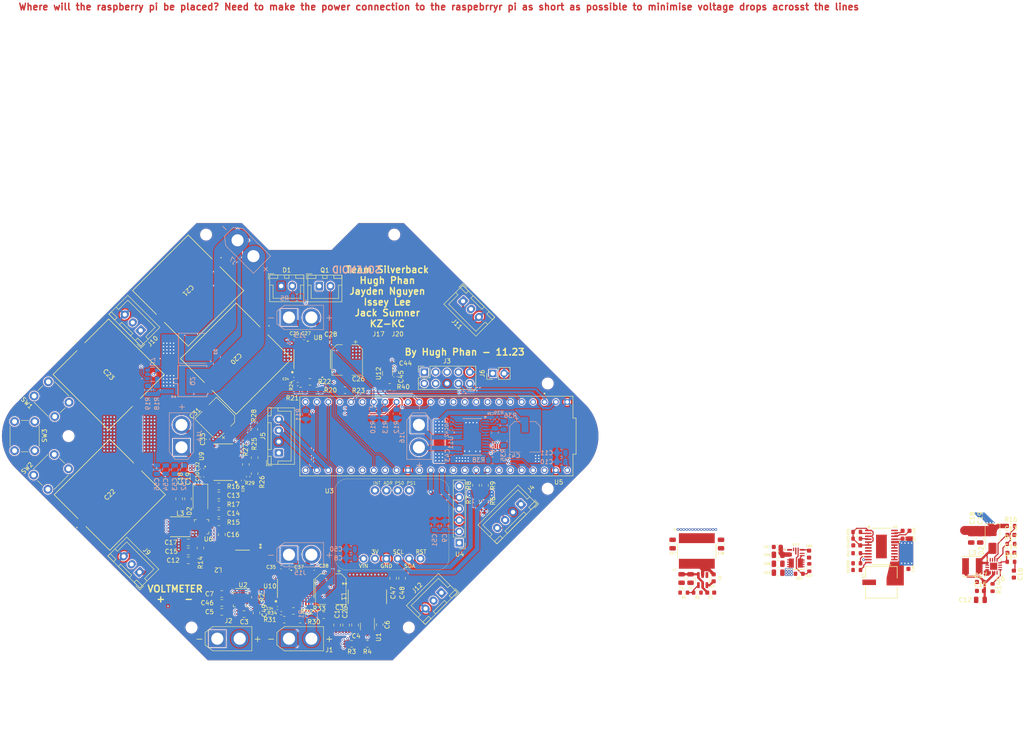
<source format=kicad_pcb>
(kicad_pcb (version 20221018) (generator pcbnew)
  (layers (0 "F.Cu" signal) (1 "In1.Cu" signal) (2 "In2.Cu" signal) (31 "B.Cu" signal) (34 "B.Paste" user) (35 "F.Paste" user) (36 "B.SilkS" user "B.Silkscreen") (37 "F.SilkS" user "F.Silkscreen") (38 "B.Mask" user) (39 "F.Mask" user) (44 "Edge.Cuts" user))
  (net 0 "")
  (net 25 "Net-(U9-VCP)")
  (net 26 "Net-(U9-SR)")
  (net 27 "Net-(U9-NFAULT)")
  (net 28 "Net-(U9-IPROPI2)")
  (net 29 "Net-(U9-IPROPI1)")
  (net 30 "Net-(U9-DVDD)")
  (net 31 "Net-(U9-CPL)")
  (net 32 "Net-(U9-CPH)")
  (net 33 "Net-(U8-VCP)")
  (net 34 "Net-(U8-SR)")
  (net 35 "Net-(U8-NFAULT)")
  (net 36 "Net-(U8-IPROPI2)")
  (net 37 "Net-(U8-IPROPI1)")
  (net 38 "Net-(U8-DVDD)")
  (net 39 "Net-(U8-CPL)")
  (net 40 "Net-(U8-CPH)")
  (net 41 "Net-(U7-OUT)")
  (net 42 "Net-(U6-SS)")
  (net 43 "Net-(U6-RT)")
  (net 44 "Net-(U6-FB)")
  (net 45 "Net-(U6-COMP)")
  (net 46 "Net-(U2-SS{slash}TR)")
  (net 47 "Net-(U2-PG)")
  (net 48 "Net-(U12-~{SLEEP})")
  (net 49 "Net-(U11-VCP)")
  (net 50 "Net-(U11-SR)")
  (net 51 "Net-(U11-NFAULT)")
  (net 52 "Net-(U11-IPROPI2)")
  (net 53 "Net-(U11-IPROPI1)")
  (net 54 "Net-(U11-DVDD)")
  (net 55 "Net-(U11-CPL)")
  (net 56 "Net-(U11-CPH)")
  (net 57 "Net-(U10-VCP)")
  (net 58 "Net-(U10-SR)")
  (net 59 "Net-(U10-NFAULT)")
  (net 60 "Net-(U10-IPROPI2)")
  (net 61 "Net-(U10-IPROPI1)")
  (net 62 "Net-(U10-DVDD)")
  (net 63 "Net-(U10-CPL)")
  (net 64 "Net-(U10-CPH)")
  (net 65 "Net-(U1-VFB)")
  (net 66 "Net-(U1-VBST)")
  (net 67 "Net-(U1-SW)")
  (net 68 "Net-(Q2-G)")
  (net 69 "Net-(L2-Pad2)")
  (net 70 "Net-(J1-Pin_1)")
  (net 71 "Net-(D2-A)")
  (net 72 "Net-(D1-A)")
  (net 73 "Net-(C16-Pad1)")
  (net 74 "GNDS")
  (net 75 "GNDPWR")
  (net 76 "/TX3")
  (net 77 "/SW3")
  (net 78 "/SW2")
  (net 79 "/SW1")
  (net 80 "/SUPERTMTX")
  (net 81 "/SDA")
  (net 82 "/SCL")
  (net 83 "/RX3")
  (net 84 "/RPITX")
  (net 85 "/RPIRX")
  (net 86 "/MVTX")
  (net 87 "/MVRX")
  (net 88 "/M5IN2")
  (net 89 "/M5IN1")
  (net 90 "/M5B")
  (net 91 "/M5A")
  (net 92 "/M4IN2")
  (net 93 "/M4IN1")
  (net 94 "/M4B")
  (net 95 "/M4A")
  (net 96 "/M3IN2")
  (net 97 "/M3IN1")
  (net 98 "/M3B")
  (net 99 "/M3A")
  (net 100 "/M2IN2")
  (net 101 "/M2IN1")
  (net 102 "/M2B")
  (net 103 "/M2A")
  (net 104 "/M1IN2")
  (net 105 "/M1IN1")
  (net 106 "/M1B")
  (net 107 "/M1A")
  (net 108 "Net-(C52-Pad2)")
  (net 109 "Net-(C53-Pad2)")
  (net 110 "/KICK")
  (net 111 "/ENC4")
  (net 112 "/ENC3")
  (net 113 "/ENC2")
  (net 114 "/ENC1")
  (net 115 "+5V")
  (net 116 "+48V")
  (net 117 "+3V3")
  (net 118 "+15V")
  (net 119 "Net-(J7-Pin_2)")
  (net 127 "/DISABLE")
  (net 128 "Net-(C54-Pad2)")
  (net 129 "/BEAMBRK")
  (net 130 "Net-(U5-A4)")
  (net 131 "Net-(U5-A5)")
  (footprint "Capacitor_SMD:C_0603_1608Metric" (layer "F.Cu") (at 284.975 179.65625)
    (fp_text reference "C28")
    (fp_text value "0.1uF")
  )
  (footprint "MountingHole:MountingHole_2.2mm_M2" (layer "F.Cu") (at 98.3 150)
    (fp_text reference "H1" hide)
    (fp_text value "MountingHole")
  )
  (footprint "Capacitor_SMD:C_0805_2012Metric" (layer "F.Cu") (at 131.8375 163.25)
    (fp_text reference "C13")
    (fp_text value "10nF")
  )
  (footprint "Diode_SMD:D_SMA" (layer "F.Cu") (at 304.525 173.075 -90)
    (fp_text reference "D2")
    (fp_text value "D_Schottky")
  )
  (footprint "Capacitor_SMD:C_0805_2012Metric" (layer "F.Cu") (at 235.125 181.80625 -90)
    (fp_text reference "C1")
    (fp_text value "10uF")
  )
  (footprint "Capacitor_SMD:C_0402_1005Metric" (layer "F.Cu") (at 150.85 128.129)
    (fp_text reference "C27")
    (fp_text value "1uF")
  )
  (footprint "Package_DFN_QFN:WQFN-16-1EP_3x3mm_P0.5mm_EP1.6x1.6mm" (layer "F.Cu") (at 304.775 179.074998 90)
    (fp_text reference "U6")
    (fp_text value "LM51581RTER")
  )
  (footprint "Capacitor_SMD:C_0805_2012Metric" (layer "F.Cu") (at 131.8375 167.25)
    (fp_text reference "C14")
    (fp_text value "270pF")
  )
  (footprint "DRV8873HPWPR:PWP24_TEX" (layer "F.Cu") (at 152.675002 132.829 90)
    (fp_text reference "U8")
    (fp_text value "DRV8873HPWPR")
  )
  (footprint "Resistor_SMD:R_0603_1608Metric" (layer "F.Cu") (at 274.225 178.40625 180)
    (fp_text reference "R20")
    (fp_text value "363R")
  )
  (footprint "Capacitor_SMD:C_0402_1005Metric" (layer "F.Cu") (at 129.4 150.7 90)
    (fp_text reference "C33")
    (fp_text value "0.1uF")
  )
  (footprint "Package_TO_SOT_SMD:SOT-23-6" (layer "F.Cu") (at 239.825 182.15625 -90)
    (fp_text reference "U1")
    (fp_text value "TPS565208")
  )
  (footprint "Capacitor_SMD:CP_Elec_6.3x7.7" (layer "F.Cu") (at 160.5 133 -90)
    (fp_text reference "C26")
    (fp_text value "100uF")
  )
  (footprint "2.3 PCBs:Adafruit IMU BNO055" (layer "F.Cu") (at 170.5 169.75)
    (fp_text reference "U3")
    (fp_text value "Adafruit_BNO055_STEMMA_QT")
  )
  (footprint "Capacitor_SMD:C_0402_1005Metric" (layer "F.Cu") (at 128.129 157.274998 90)
    (fp_text reference "C32")
    (fp_text value "1uF")
  )
  (footprint "Capacitor_SMD:C_0603_1608Metric" (layer "F.Cu") (at 274.225 174.40625 180)
    (fp_text reference "C24")
    (fp_text value "1uF")
  )
  (footprint "Resistor_SMD:R_0402_1005Metric" (layer "F.Cu") (at 138.379 159.044998 90)
    (fp_text reference "R29")
    (fp_text value "10k")
  )
  (footprint "Package_TO_SOT_SMD:SOT-23-6" (layer "F.Cu") (at 165 192.505 -90)
    (fp_text reference "U1")
    (fp_text value "TPS565208")
  )
  (footprint "Capacitor_SMD:C_0603_1608Metric" (layer "F.Cu") (at 301.825 182.575)
    (fp_text reference "C17")
    (fp_text value "100nF")
  )
  (footprint "865060663015:CAP_WCAP-ASLL_16p0X17p0_WRE" (layer "F.Cu") (at 135.7 132.7 -135)
    (fp_text reference "C20")
    (fp_text value "865060663015")
  )
  (footprint "Capacitor_SMD:C_0805_2012Metric" (layer "F.Cu") (at 122.9875 164 -90)
    (fp_text reference "C18")
    (fp_text value "22uF")
  )
  (footprint "Resistor_SMD:R_0603_1608Metric" (layer "F.Cu") (at 235.625 184.95625 180)
    (fp_text reference "R4")
    (fp_text value "10K")
  )
  (footprint "Capacitor_SMD:C_0805_2012Metric" (layer "F.Cu") (at 132.5 187.25 180)
    (fp_text reference "C46")
    (fp_text value "100nF")
  )
  (footprint "Connector_JST:JST_XH_B3B-XH-A_1x03_P2.50mm_Vertical" (layer "F.Cu") (at 114.146536 180.388998 135)
    (fp_text reference "J9")
    (fp_text value "Encoder 1")
  )
  (footprint "Resistor_SMD:R_0805_2012Metric" (layer "F.Cu") (at 153.675002 139.829 180)
    (fp_text reference "R20")
    (fp_text value "363R")
  )
  (footprint "Button_Switch_THT:SW_PUSH_6mm_H4.3mm" (layer "F.Cu") (at 86.25 153.25 90)
    (fp_text reference "SW3")
    (fp_text value "SPST")
  )
  (footprint "Capacitor_SMD:C_0402_1005Metric" (layer "F.Cu") (at 171.25 136.75 90)
    (fp_text reference "C45")
    (fp_text value "0.1uF")
  )
  (footprint "Package_SON:WSON-8-1EP_2x2mm_P0.5mm_EP0.9x1.6mm" (layer "F.Cu") (at 169.5 136 -90)
    (fp_text reference "U12")
    (fp_text value "DRV8837")
  )
  (footprint "Capacitor_SMD:C_0805_2012Metric" (layer "F.Cu") (at 237.125 181.80625 -90)
    (fp_text reference "C2")
    (fp_text value "10uF")
  )
  (footprint "Capacitor_SMD:C_0603_1608Metric" (layer "F.Cu") (at 241.625 184.95625)
    (fp_text reference "C4")
    (fp_text value "100nF")
  )
  (footprint "865060663015:CAP_WCAP-ASLL_16p0X17p0_WRE" (layer "F.Cu") (at 107.5 163.093414 45)
    (fp_text reference "C22")
    (fp_text value "865060663015")
  )
  (footprint "Resistor_SMD:R_0603_1608Metric" (layer "F.Cu") (at 308.625 170.075)
    (fp_text reference "R16")
    (fp_text value "118K")
  )
  (footprint "Connector_JST:JST_XH_B2B-XH-A_1x02_P2.50mm_Vertical" (layer "F.Cu") (at 145.75 116.475)
    (fp_text reference "D1")
    (fp_text value "LED")
  )
  (footprint "Resistor_SMD:R_0805_2012Metric" (layer "F.Cu") (at 191.25 161 90)
    (fp_text reference "R9")
    (fp_text value "10R")
  )
  (footprint "865060663015:CAP_WCAP-ASLL_16p0X17p0_WRE" (layer "F.Cu") (at 107.25 136.25 -45)
    (fp_text reference "C23")
    (fp_text value "865060663015")
  )
  (footprint "Resistor_SMD:R_0805_2012Metric" (layer "F.Cu") (at 189.25 161 90)
    (fp_text reference "R8")
    (fp_text value "10R")
  )
  (footprint "Connector_Wire:SolderWirePad_1x01_SMD_1x2mm" (layer "F.Cu") (at 120.5 186.5)
    (fp_text reference "J18" hide)
    (fp_text value "+VOLTMETER")
  )
  (footprint "Resistor_SMD:R_0805_2012Metric" (layer "F.Cu") (at 160 139.75)
    (fp_text reference "R23")
    (fp_text value "363R")
  )
  (footprint "Capacitor_SMD:C_0805_2012Metric" (layer "F.Cu") (at 125.0375 175.75)
    (fp_text reference "C15")
    (fp_text value "1uF")
  )
  (footprint "Connector_JST:JST_XH_B4B-XH-A_1x04_P2.50mm_Vertical" (layer "F.Cu") (at 199.272882 165.219581 -135)
    (fp_text reference "J4")
    (fp_text value "Conn_01x04")
  )
  (footprint "SRN4018_330M:IND_BOURNS_SRN4018" (layer "F.Cu") (at 300.025 179.075 180)
    (fp_text reference "L3")
    (fp_text value "SRN4018-330M")
  )
  (footprint "Capacitor_SMD:C_0805_2012Metric" (layer "F.Cu") (at 132.5 185.25 180)
    (fp_text reference "C7")
    (fp_text value "10uF")
  )
  (footprint "Resistor_SMD:R_0603_1608Metric" (layer "F.Cu") (at 274.225 179.90625 180)
    (fp_text reference "R23")
    (fp_text value "363R")
  )
  (footprint "Capacitor_SMD:C_0402_1005Metric" (layer "F.Cu") (at 137.229 159.904998 -90)
    (fp_text reference "C29")
    (fp_text value "1uF")
  )
  (footprint "Capacitor_SMD:C_0805_2012Metric" (layer "F.Cu") (at 243.925 174.10625 -90)
    (fp_text reference "C48")
    (fp_text value "22uF")
  )
  (footprint "MountingHole:MountingHole_2.2mm_M2" (layer "F.Cu") (at 205.25 161.75)
    (fp_text reference "H6" hide)
    (fp_text value "MountingHole")
  )
  (footprint "Capacitor_SMD:C_0805_2012Metric" (layer "F.Cu") (at 256.675 180.50625 180)
    (fp_text reference "C59")
    (fp_text value "22uF")
  )
  (footprint "Capacitor_SMD:C_0603_1608Metric" (layer "F.Cu") (at 256.475 174.75625 180)
    (fp_text reference "C57")
    (fp_text value "0.1uF")
  )
  (footprint "865080445010:CAP_WCAP-ASLI_06p3X07p7_WRE" (layer "F.Cu") (at 279.725 182.65625 180)
    (fp_text reference "C3")
    (fp_text value "865080445010")
  )
  (footprint "Capacitor_SMD:C_0805_2012Metric" (layer "F.Cu") (at 172.75 181.75 -90)
    (fp_text reference "C48")
    (fp_text value "10uF")
  )
  (footprint "Connector_JST:JST_XH_B2B-XH-A_1x02_P2.50mm_Vertical" (layer "F.Cu") (at 154.25 116.5)
    (fp_text reference "Q1")
    (fp_text value "Q_Photo_NPN")
  )
  (footprint "Capacitor_SMD:C_0603_1608Metric" (layer "F.Cu") (at 301.825 184.575)
    (fp_text reference "C15")
    (fp_text value "1uF")
  )
  (footprint "Resistor_SMD:R_0603_1608Metric" (layer "F.Cu") (at 238.625 184.95625 180)
    (fp_text reference "R3")
    (fp_text value "54K9")
  )
  (footprint "MountingHole:MountingHole_2.2mm_M2" (layer "F.Cu") (at 171 105)
    (fp_text reference "H2" hide)
    (fp_text value "MountingHole")
  )
  (footprint "TPSM33625RDNR:QFN-FCMOD11_RDN_TEX" (layer "F.Cu") (at 260.625001 177.35625)
    (fp_text reference "U13")
    (fp_text value "TPSM33625RDNR")
  )
  (footprint "Capacitor_SMD:C_0805_2012Metric" (layer "F.Cu") (at 299.775 172.825 -90)
    (fp_text reference "C18")
    (fp_text value "22uF")
  )
  (footprint "Capacitor_SMD:C_0805_2012Metric" (layer "F.Cu") (at 132.5 172 -90)
    (fp_text reference "C16")
    (fp_text value "56nF")
  )
  (footprint "Capacitor_SMD:C_0603_1608Metric" (layer "F.Cu") (at 308.625 176.075)
    (fp_text reference "C14")
    (fp_text value "270pF")
  )
  (footprint "Capacitor_SMD:C_0402_1005Metric" (layer "F.Cu") (at 148.595002 137.229 180)
    (fp_text reference "C24")
    (fp_text value "1uF")
  )
  (footprint "Resistor_SMD:R_0402_1005Metric" (layer "F.Cu") (at 149.455002 138.379)
    (fp_text reference "R24")
    (fp_text value "10k")
  )
  (footprint "Resistor_SMD:R_0603_1608Metric" (layer "F.Cu") (at 308.625 178.075)
    (fp_text reference "R15")
    (fp_text value "931R")
  )
  (footprint "Resistor_SMD:R_0805_2012Metric" (layer "F.Cu") (at 155.25 190)
    (fp_text reference "R33")
    (fp_text value "363R")
  )
  (footprint "Capacitor_SMD:C_0402_1005Metric" (layer "F.Cu") (at 156.825002 128.429)
    (fp_text reference "C28")
    (fp_text value "0.1uF")
  )
  (footprint "Resistor_SMD:R_0805_2012Metric" (layer "F.Cu") (at 131.8375 165.25)
    (fp_text reference "R17")
    (fp_text value "2K49")
  )
  (footprint "Capacitor_SMD:C_0805_2012Metric" (layer "F.Cu") (at 137.460508 189.75)
    (fp_text reference "C3")
    (fp_text value "10uF")
  )
  (footprint "Resistor_SMD:R_0603_1608Metric" (layer "F.Cu") (at 274.225 172.90625)
    (fp_text reference "R21")
    (fp_text value "0R")
  )
  (footprint "Capacitor_SMD:C_0805_2012Metric" (layer "F.Cu") (at 162.25 192.1925 90)
    (fp_text reference "C4")
    (fp_text value "100nF")
  )
  (footprint "Diode_SMD:D_SMA" (layer "F.Cu") (at 127.7375 164.25 -90)
    (fp_text reference "D2")
    (fp_text value "D_Schottky")
  )
  (footprint "Capacitor_SMD:CP_Elec_6.3x7.7" (layer "F.Cu") (at 131.3 146.15 135)
    (fp_text reference "C31")
    (fp_text value "100uF")
  )
  (footprint "MountingHole:MountingHole_2.2mm_M2" (layer "F.Cu") (at 205.25 138.25)
    (fp_text reference "H3" hide)
    (fp_text value "MountingHole")
  )
  (footprint "Capacitor_SMD:C_0402_1005Metric" (layer "F.Cu") (at 147.55 179.3)
    (fp_text reference "C37")
    (fp_text value "1uF")
  )
  (footprint "DRV8873HPWPR:PWP24_TEX" (layer "F.Cu") (at 132.829 155.824998 180)
    (fp_text reference "U9")
    (fp_text value "DRV8873HPWPR")
  )
  (footprint "Capacitor_SMD:C_0402_1005Metric" (layer "F.Cu") (at 144.92 188.4 180)
    (fp_text reference "C34")
    (fp_text value "1uF")
  )
  (footprint "Resistor_SMD:R_0805_2012Metric" (layer "F.Cu") (at 191.25 164.5 90)
    (fp_text reference "R6")
    (fp_text value "4K7")
  )
  (footprint "Capacitor_SMD:C_0603_1608Metric" (layer "F.Cu") (at 263.575 176.35625 -90)
    (fp_text reference "C60")
    (fp_text value "1uF")
  )
  (footprint "Connector_PinHeader_2.54mm:PinHeader_1x02_P2.54mm_Vertical" (layer "F.Cu") (at 192.975 136 90)
    (fp_text reference "J6")
    (fp_text value "Superteam Reciever")
  )
  (footprint "Button_Switch_THT:SW_PUSH_6mm_H4.3mm" (layer "F.Cu") (at 95.207106 145.639087 135)
    (fp_text reference "SW1")
    (fp_text value "SPST")
  )
  (footprint "Capacitor_SMD:C_0805_2012Metric" (layer "F.Cu") (at 132.5 189.25 180)
    (fp_text reference "C5")
    (fp_text value "470pF")
  )
  (footprint "Capacitor_SMD:C_0603_1608Metric" (layer "F.Cu") (at 242.275 181.65625 -90)
    (fp_text reference "C6")
    (fp_text value "0.1uF")
  )
  (footprint "Resistor_SMD:R_0805_2012Metric" (layer "F.Cu") (at 139.75 148.5 -90)
    (fp_text reference "R28")
    (fp_text value "363R")
  )
  (footprint "Resistor_SMD:R_0805_2012Metric" (layer "F.Cu") (at 150 191 180)
    (fp_text reference "R30")
    (fp_text value "363R")
  )
  (footprint "Resistor_SMD:R_0805_2012Metric" (layer "F.Cu") (at 161.5 196.3925)
    (fp_text reference "R3")
    (fp_text value "363R")
  )
  (footprint "Resistor_SMD:R_0805_2012Metric" (layer "F.Cu") (at 150.125002 139.829)
    (fp_text reference "R21")
    (fp_text value "0R")
  )
  (footprint "Resistor_SMD:R_0805_2012Metric" (layer "F.Cu") (at 139.885508 186 -90)
    (fp_text reference "R2")
    (fp_text value "100K")
  )
  (footprint "Capacitor_SMD:C_0603_1608Metric" (layer "F.Cu") (at 285.225 171.15625)
    (fp_text reference "C25")
    (fp_text value "47nF")
  )
  (footprint "Connector_JST:JST_XH_B4B-XH-A_1x04_P2.50mm_Vertical" (layer "F.Cu") (at 145.225 153.75 90)
    (fp_text reference "J5")
    (fp_text value "OpenMV")
  )
  (footprint "MountingHole:MountingHole_2.2mm_M2" (layer "F.Cu") (at 125.75 192.75)
    (fp_text reference "H4" hide)
    (fp_text value "MountingHole")
  )
  (footprint "Capacitor_SMD:C_0805_2012Metric" (layer "F.Cu") (at 233.125 174.10625 -90)
    (fp_text reference "C47")
    (fp_text value "22uF")
  )
  (footprint "Capacitor_SMD:C_0805_2012Metric" (layer "F.Cu") (at 125.0375 177.75 180)
    (fp_text reference "C12")
    (fp_text value "4.7uF")
  )
  (footprint "Resistor_SMD:R_0805_2012Metric" (layer "F.Cu") (at 127.75 175 -90)
    (fp_text reference "R14")
    (fp_text value "10K")
  )
  (footprint "Capacitor_SMD:CP_Elec_6.3x7.7" (layer "F.Cu") (at 156.824998 184.171 -90)
    (fp_text reference "C36")
    (fp_text value "100uF")
  )
  (footprint "Connector_Wire:SolderWirePad_1x01_SMD_1x2mm" (layer "F.Cu") (at 167.5 129.75)
    (fp_text reference "J17")
    (fp_text value "-Motor 5")
  )
  (footprint "Capacitor_SMD:C_0805_2012Metric" (layer "F.Cu") (at 167.75 192.1425 -90)
    (fp_text reference "C6")
    (fp_text value "0.1uF")
  )
  (footprint "Capacitor_SMD:C_0805_2012Metric" (layer "F.Cu") (at 256.675 176.50625 180)
    (fp_text reference "C56")
    (fp_text value "4.7uF")
  )
  (footprint "Resistor_SMD:R_0805_2012Metric" (layer "F.Cu") (at 148.5 189.05)
    (fp_text reference "R32")
    (fp_text value "3M")
  )
  (footprint "Resistor_SMD:R_0603_1608Metric" (layer "F.Cu") (at 308.625 174.075)
    (fp_text reference "R17")
    (fp_text value "2K49")
  )
  (footprint "Resistor_SMD:R_0805_2012Metric" (layer "F.Cu") (at 170 139 180)
    (fp_text reference "R40")
    (fp_text value "100R")
  )
  (footprint "Capacitor_SMD:C_0402_1005Metric" (layer "F.Cu") (at 170.98 133.75)
    (fp_text reference "C44")
    (fp_text value "0.1uF")
  )
  (footprint "Button_Switch_THT:SW_PUSH_6mm_H4.3mm" (layer "F.Cu") (at 90.510913 158.707107 45)
    (fp_text reference "SW2")
    (fp_text value "SPST")
  )
  (footprint "Resistor_SMD:R_0603_1608Metric" (layer "F.Cu") (at 274.225 176.15625 180)
    (fp_text reference "R41")
    (fp_text value "1K")
  )
  (footprint "Resistor_SMD:R_0805_2012Metric" (layer "F.Cu") (at 137.879 156.324998 90)
    (fp_text reference "R27")
    (fp_text value "3M")
  )
  (footprint "Resistor_SMD:R_0805_2012Metric" (layer "F.Cu") (at 131.8375 169.25)
    (fp_text reference "R15")
    (fp_text value "931R")
  )
  (footprint "Resistor_SMD:R_0603_1608Metric" (layer "F.Cu") (at 261.375 180.75625 180)
    (fp_text reference "R22")
    (fp_text value "10k")
  )
  (footprint "Resistor_SMD:R_0805_2012Metric" (layer "F.Cu") (at 146.45 191)
    (fp_text reference "R31")
    (fp_text value "0R")
  )
  (footprint "Connector_PinHeader_2.54mm:PinHeader_1x06_P2.54mm_Vertical" (layer "F.Cu") (at 185.5 173.85 180)
    (fp_text reference "U4")
    (fp_text value "Bluetooth_Module_(HC-05)")
  )
  (footprint "Connector_Wire:SolderWirePad_1x01_SMD_1x2mm" (layer "F.Cu") (at 123.25 186.5)
    (fp_text reference "J19" hide)
    (fp_text value "-VOLTMETER")
  )
  (footprint "SRN8040_2R2Y:IND_BOURNS_SRN8040" (layer "F.Cu") (at 137.135508 179.75 180)
    (fp_text reference "L2")
    (fp_text value "SRN8040-2R2Y")
  )
  (footprint "Capacitor_SMD:C_0805_2012Metric" (layer "F.Cu") (at 158.25 192.1925 90)
    (fp_text reference "C1")
    (fp_text value "10uF")
  )
  (footprint "MountingHole:MountingHole_2.2mm_M2" (layer "F.Cu") (at 174.25 192.75)
    (fp_text reference "H7" hide)
    (fp_text value "MountingHole")
  )
  (footprint "865060663015:CAP_WCAP-ASLL_16p0X17p0_WRE" (layer "F.Cu") (at 125 117.5 -135)
    (fp_text reference "C21")
    (fp_text value "865060663015")
  )
  (footprint "Resistor_SMD:R_0603_1608Metric" (layer "F.Cu") (at 274.225 171.40625)
    (fp_text reference "R23")
    (fp_text value "10k")
  )
  (footprint "Connector_JST:JST_XH_B3B-XH-A_1x03_P2.50mm_Vertical" (layer "F.Cu") (at 186.353464 119.861002 -45)
    (fp_text reference "J11")
    (fp_text value "Encoder 3")
  )
  (footprint "Capacitor_SMD:C_0603_1608Metric" (layer "F.Cu") (at 285.225 172.90625)
    (fp_text reference "C27")
    (fp_text value "1uF")
  )
  (footprint "SRN4018_330M:IND_BOURNS_SRN4018" (layer "F.Cu") (at 123.2375 170.25 180)
    (fp_text reference "L3")
    (fp_text value "SRN4018-330M")
  )
  (footprint "Resistor_SMD:R_0805_2012Metric" (layer "F.Cu") (at 165 196.3925)
    (fp_text reference "R4")
    (fp_text value "363R")
  )
  (footprint "Capacitor_SMD:C_0805_2012Metric" (layer "F.Cu") (at 140.25 189.5 -90)
    (fp_text reference "C49")
    (fp_text value "100nF")
  )
  (footprint "Capacitor_SMD:C_0805_2012Metric" (layer "F.Cu") (at 160.25 192.1925 90)
    (fp_text reference "C2")
    (fp_text value "10uF")
  )
  (footprint "Capacitor_SMD:C_0805_2012Metric" (layer "F.Cu") (at 301.825 186.575 180)
    (fp_text reference "C12")
    (fp_text value "4.7uF")
  )
  (footprint "Connector_JST:JST_XH_B3B-XH-A_1x03_P2.50mm_Vertical" (layer "F.Cu") (at 181.517767 184.982233 -135)
    (fp_text reference "J12")
    (fp_text value "Encoder 4")
  )
  (footprint "Resistor_SMD:R_0805_2012Metric" (layer "F.Cu") (at 189.25 164.5 90)
    (fp_text reference "R7")
    (fp_text value "4K7")
  )
  (footprint "Resistor_SMD:R_0805_2012Metric" (layer "F.Cu") (at 152.175002 137.879)
    (fp_text reference "R22")
    (fp_text value "3M")
  )
  (footprint "Capacitor_SMD:C_0805_2012Metric" (layer "F.Cu") (at 170.75 181.75 -90)
    (fp_text reference "C47")
    (fp_text value "10uF")
  )
  (footprint "Capacitor_SMD:C_0402_1005Metric" (layer "F.Cu") (at 153.15 179.6)
    (fp_text reference "C38")
    (fp_text value "0.1uF")
  )
  (footprint "Resistor_SMD:R_0603_1608Metric" (layer "F.Cu") (at 304.5375 183.825 -90)
    (fp_text reference "R14")
    (fp_text value "10K")
  )
  (footprint "Capacitor_SMD:C_0805_2012Metric" (layer "F.Cu") (at 256.675 178.50625 180)
    (fp_text reference "C58")
    (fp_text value "22uF")
  )
  (footprint "Capacitor_SMD:C_0603_1608Metric" (layer "F.Cu") (at 309.2875 180.825 -90)
    (fp_text reference "C16")
    (fp_text value "56nF")
  )
  (footprint "Resistor_SMD:R_0603_1608Metric" (layer "F.Cu") (at 263.625 179.35625 -90)
    (fp_text reference "R27")
    (fp_text value "10k")
  )
  (footprint "Resistor_SMD:R_0402_1005Metric" (layer "F.Cu") (at 145.78 189.55)
    (fp_text reference "R34")
    (fp_text value "10k")
  )
  (footprint "Capacitor_SMD:C_0603_1608Metric" (layer "F.Cu") (at 308.625 172.075)
    (fp_text reference "C13")
    (fp_text value "10nF")
  )
  (footprint "DRV8873HPWPR:PWP24_TEX" (layer "F.Cu") (at 279.725 174.65625)
    (fp_text reference "U2")
    (fp_text value "DRV8873HPWPR")
  )
  (footprint "MountingHole:MountingHole_2.2mm_M2" (layer "F.Cu") (at 129 105)
    (fp_text reference "H5" hide)
    (fp_text value "MountingHole")
  )
  (footprint "Connector_PinSocket_2.54mm:PinSocket_2x05_P2.54mm_Vertical" (layer "F.Cu") (at 177.7 135.71 90)
    (fp_text reference "J3")
    (fp_text value "Conn_02x05_Odd_Even")
  )
  (footprint "DRV8873HPWPR:PWP24_TEX" (layer "F.Cu") (at 149 184 90)
    (fp_text reference "U10")
    (fp_text value "DRV8873HPWPR")
  )
  (footprint "Resistor_SMD:R_0805_2012Metric" (layer "F.Cu") (at 139.829 158.374998 90)
    (fp_text reference "R26")
    (fp_text value "0R")
  )
  (footprint "Connector_Wire:SolderWirePad_1x01_SMD_1x2mm" (layer "F.Cu") (at 171.75 129.75)
    (fp_text reference "J20")
    (fp_text value "+Motor 5")
  )
  (footprint "Package_DFN_QFN:VQFN-16-1EP_3x3mm_P0.5mm_EP1.68x1.68mm" (layer "F.Cu") (at 136.673008 186.5 -90)
    (fp_text reference "U2")
    (fp_text value "TPS62142")
  )
  (footprint "Connector_AMASS:AMASS_XT30U-M_1x02_P5.0mm_Vertical" (layer "F.Cu") (at 147.5 195.25)
    (fp_text reference "J1")
    (fp_text value "4S Battery")
  )
  (footprint "Capacitor_SMD:C_0805_2012Metric" (layer "F.Cu") (at 124.9875 164 -90)
    (fp_text reference "C19")
    (fp_text value "100nF")
  )
  (footprint "SRN8040_2R2Y:IND_BOURNS_SRN8040" (layer "F.Cu") (at 165 185.8925 -90)
    (fp_text reference "L1")
    (fp_text value "SRN8040-2R2Y")
  )
  (footprint "Connector_AMASS:AMASS_XT30U-F_1x02_P5.0mm_Vertical" (layer "F.Cu") (at 131.5 195.25)
    (fp_text reference "J2")
    (fp_text value "Power Switch")
  )
  (footprint "DEV-16771:MODULE_DEV-16771" (layer "F.Cu") (at 180.4 150 180)
    (fp_text reference "U5")
    (fp_text value "DEV-16771")
  )
  (footprint "Connector_JST:JST_XH_B3B-XH-A_1x03_P2.50mm_Vertical" (layer "F.Cu") (at 114.396536 126.388998 135)
    (fp_text reference "J10")
    (fp_text value "Encoder 2")
  )
  (footprint "Package_DFN_QFN:WQFN-16-1EP_3x3mm_P0.5mm_EP1.6x1.6mm" (layer "F.Cu") (at 127.9875 170.249998 90)
    (fp_text reference "U6")
    (fp_text value "LM51581RTER")
  )
  (footprint "Capacitor_SMD:C_0402_1005Metric" (layer "F.Cu") (at 145.7 179.3)
    (fp_text reference "C35")
    (fp_text value "47nF")
  )
  (footprint "SRN8040_2R2Y:IND_BOURNS_SRN8040" (layer "F.Cu") (at 238.525 175.65625 -90)
    (fp_text reference "L1")
    (fp_text value "SRN8040-2R2Y")
  )
  (footprint "Capacitor_SMD:C_0402_1005Metric" (layer "F.Cu") (at 128.129 159.124998 90)
    (fp_text reference "C30")
    (fp_text value "47nF")
  )
  (footprint "Capacitor_SMD:C_0805_2012Metric" (layer "F.Cu") (at 301.775 172.825 -90)
    (fp_text reference "C19")
    (fp_text value "100nF")
  )
  (footprint "Capacitor_SMD:C_0805_2012Metric" (layer "F.Cu") (at 125.0375 173.75)
    (fp_text reference "C17")
    (fp_text value "100nF")
  )
  (footprint "Capacitor_SMD:C_0402_1005Metric" (layer "F.Cu") (at 148.65 128.129)
    (fp_text reference "C25")
    (fp_text value "47nF")
  )
  (footprint "Resistor_SMD:R_0805_2012Metric" (layer "F.Cu") (at 131.8375 161.25)
    (fp_text reference "R16")
    (fp_text value "118K")
  )
  (footprint "Resistor_SMD:R_0805_2012Metric" (layer "F.Cu") (at 139.829 154.824998 -90)
    (fp_text reference "R25")
    (fp_text value "363R")
  )
  (footprint "Connector_AMASS:AMASS_XT30U-F_1x02_P5.0mm_Vertical" (layer "B.Cu") (at 147.5 176.5)
    (fp_text reference "J15")
    (fp_text value "Motor 3")
  )
  (footprint "Resistor_SMD:R_0805_2012Metric" (layer "B.Cu") (at 195.421 147.6125 -90)
    (fp_text reference "R36")
    (fp_text value "0R")
  )
  (footprint "DMN10H170SK3_13:QNMOS1G2D3S_TO252DPAK_DIO" (layer "B.Cu") (at 125.9371 137.714 90)
    (fp_text reference "Q2")
    (fp_text value "DMN10H170SK3-13")
  )
  (footprint "Capacitor_SMD:C_0805_2012Metric" (layer "B.Cu") (at 180 170 90)
    (fp_text reference "C51")
    (fp_text value "100nF")
  )
  (footprint "Capacitor_SMD:C_0805_2012Metric" (layer "B.Cu") (at 122 157.5 90)
    (fp_text reference "C53")
    (fp_text value "470nF")
  )
  (footprint "Resistor_SMD:R_0805_2012Metric" (layer "B.Cu") (at 166.25 145 -90)
    (fp_text reference "R10")
    (fp_text value "10K")
  )
  (footprint "Capacitor_SMD:C_0805_2012Metric" (layer "B.Cu") (at 161.25 175.25 180)
    (fp_text reference "C50")
    (fp_text value "100nF")
  )
  (footprint "Resistor_SMD:R_0805_2012Metric" (layer "B.Cu") (at 149.25 119 180)
    (fp_text reference "R5")
    (fp_text value "95R")
  )
  (footprint "DRV8873HPWPR:PWP24_TEX" (layer "B.Cu") (at 188.421 150.1625 180)
    (fp_text reference "U11")
    (fp_text value "DRV8873HPWPR")
  )
  (footprint "Resistor_SMD:R_1210_3225Metric" (layer "B.Cu") (at 152.5 189.75 -90)
    (fp_text reference "R1")
    (fp_text value "0R")
  )
  (footprint "Capacitor_SMD:C_0402_1005Metric" (layer "B.Cu") (at 192.821 146.25 90)
    (fp_text reference "C39")
    (fp_text value "1uF")
  )
  (footprint "Resistor_SMD:R_0805_2012Metric" (layer "B.Cu") (at 171.5 145 -90)
    (fp_text reference "R12")
    (fp_text value "10K")
  )
  (footprint "Capacitor_SMD:C_0805_2012Metric" (layer "B.Cu") (at 124 157.5 90)
    (fp_text reference "C52")
    (fp_text value "470nF")
  )
  (footprint "Resistor_SMD:R_0402_1005Metric" (layer "B.Cu") (at 193.971 146.25 -90)
    (fp_text reference "R39")
    (fp_text value "10k")
  )
  (footprint "SBRD10200TR:DPAK228P1005X240-4N" (layer "B.Cu") (at 124.84 130.386 90)
    (fp_text reference "D3")
    (fp_text value "SBRD10200TR")
  )
  (footprint "Resistor_SMD:R_0805_2012Metric" (layer "B.Cu") (at 118.01 139.714 -90)
    (fp_text reference "R18")
    (fp_text value "10R")
  )
  (footprint "Resistor_SMD:R_0805_2012Metric" (layer "B.Cu") (at 195.421 151.1625 90)
    (fp_text reference "R35")
    (fp_text value "363R")
  )
  (footprint "Connector_AMASS:AMASS_XT30U-M_1x02_P5.0mm_Vertical" (layer "B.Cu") (at 136.022613 106.272614 -45)
    (fp_text reference "J7")
    (fp_text value "Solenoid")
  )
  (footprint "Capacitor_SMD:C_0805_2012Metric" (layer "B.Cu") (at 118 157.5 90)
    (fp_text reference "C55")
    (fp_text value "470nF")
  )
  (footprint "Connector_AMASS:AMASS_XT30U-F_1x02_P5.0mm_Vertical" (layer "B.Cu") (at 176.5 147.5 -90)
    (fp_text reference "J16")
    (fp_text value "Motor 4")
  )
  (footprint "Resistor_SMD:R_0805_2012Metric" (layer "B.Cu") (at 151.25 145.25 -90)
    (fp_text reference "R11")
    (fp_text value "10K")
  )
  (footprint "Capacitor_SMD:C_0805_2012Metric" (layer "B.Cu") (at 208.25 153.75 180)
    (fp_text reference "C11")
    (fp_text value "10uF")
  )
  (footprint "Capacitor_SMD:CP_Elec_6.3x7.7" (layer "B.Cu") (at 200.171 150.1625 -90)
    (fp_text reference "C41")
    (fp_text value "100uF")
  )
  (footprint "Capacitor_SMD:C_0805_2012Metric" (layer "B.Cu") (at 208.25 155.75 180)
    (fp_text reference "C10")
    (fp_text value "0.1uF")
  )
  (footprint "Capacitor_SMD:C_0805_2012Metric" (layer "B.Cu") (at 120 157.5 90)
    (fp_text reference "C54")
    (fp_text value "470nF")
  )
  (footprint "DGD0211CWT_7:TSOT25-TH_DIO" (layer "B.Cu") (at 117.01 136.214)
    (fp_text reference "U7")
    (fp_text value "DGD0211CWT-7")
  )
  (footprint "Capacitor_SMD:C_0402_1005Metric" (layer "B.Cu") (at 183.721 148.7125 -90)
    (fp_text reference "C42")
    (fp_text value "1uF")
  )
  (footprint "Connector_AMASS:AMASS_XT30U-F_1x02_P5.0mm_Vertical" (layer "B.Cu") (at 147.5 123.5)
    (fp_text reference "J13")
    (fp_text value "Motor 1")
  )
  (footprint "Resistor_SMD:R_0805_2012Metric" (layer "B.Cu") (at 116.01 139.714 90)
    (fp_text reference "R19")
    (fp_text value "10K")
  )
  (footprint "Resistor_SMD:R_0805_2012Metric" (layer "B.Cu") (at 192.921 155.4125)
    (fp_text reference "R38")
    (fp_text value "363R")
  )
  (footprint "Capacitor_SMD:C_0402_1005Metric" (layer "B.Cu") (at 183.721 146.8625 -90)
    (fp_text reference "C40")
    (fp_text value "47nF")
  )
  (footprint "Capacitor_SMD:C_0805_2012Metric" (layer "B.Cu") (at 182.25 170 90)
    (fp_text reference "C9")
    (fp_text value "10uF")
  )
  (footprint "Resistor_SMD:R_0805_2012Metric" (layer "B.Cu") (at 169 145 -90)
    (fp_text reference "R13")
    (fp_text value "10K")
  )
  (footprint "Capacitor_SMD:C_0805_2012Metric" (layer "B.Cu") (at 161.25 177.25 180)
    (fp_text reference "C8")
    (fp_text value "10uF")
  )
  (footprint "Connector_AMASS:AMASS_XT30U-F_1x02_P5.0mm_Vertical" (layer "B.Cu") (at 123.5 152.5 90)
    (fp_text reference "J14")
    (fp_text value "Motor 2")
  )
  (footprint "Resistor_SMD:R_0805_2012Metric" (layer "B.Cu") (at 193.471 149.2125 -90)
    (fp_text reference "R37")
    (fp_text value "3M")
  )
  (footprint "Capacitor_SMD:C_0402_1005Metric" (layer "B.Cu") (at 184.021 154.3125 -90)
    (fp_text reference "C43")
    (fp_text value "0.1uF")
  )
  (gr_line (start 143 108.431) (end 137 102.431) (stroke (width 0.01)) (layer "Edge.Cuts"))
  (gr_line (start 129.357864 200.068084) (end 170.642136 200.068084) (stroke (width 0.01)) (layer "Edge.Cuts"))
  (gr_line (start 157 108.431) (end 143 108.431) (stroke (width 0.01)) (layer "Edge.Cuts"))
  (gr_line (start 137 102.431) (end 126.857864 102.431) (stroke (width 0.01)) (layer "Edge.Cuts"))
  (gr_line (start 170.642136 200.068084) (end 213.63961 157.07061) (stroke (width 0.01)) (layer "Edge.Cuts"))
  (gr_line (start 126.857864 102.431) (end 86.36039 142.928474) (stroke (width 0.01)) (layer "Edge.Cuts"))
  (gr_arc (start 213.63961 142.928474) (mid 216.568542 149.999542) (end 213.63961 157.07061) (stroke (width 0.01)) (layer "Edge.Cuts"))
  (gr_arc (start 86.36039 157.07061) (mid 83.431458 149.999542) (end 86.36039 142.928474) (stroke (width 0.01)) (layer "Edge.Cuts"))
  (gr_line (start 86.36039 157.07061) (end 129.357864 200.068084) (stroke (width 0.01)) (layer "Edge.Cuts"))
  (gr_line (start 163 102.431) (end 157 108.431) (stroke (width 0.01)) (layer "Edge.Cuts"))
  (gr_line (start 173.142136 102.431) (end 163 102.431) (stroke (width 0.01)) (layer "Edge.Cuts"))
  (gr_line (start 213.63961 142.928474) (end 173.142136 102.431) (stroke (width 0.01)) (layer "Edge.Cuts"))
  (gr_text "Where will the raspberry pi be placed? Need to make the power connection to the raspebrryr pi as short as possible to minimise voltage drops acrosst the lines" (at 87 55) (layer "F.Cu") (effects (font (size 1.5 1.5) (thickness 0.3) bold) (justify left bottom)))
  (gr_text "SOLENOID" (at 168.25 113.75) (layer "B.SilkS") (effects (font (size 1.5 1.5) (thickness 0.3) bold) (justify left bottom mirror)))
  (gr_text "-" (at 124 187.25) (layer "F.SilkS") (effects (font (size 1.5 1.5) (thickness 0.3) bold) (justify left bottom)))
  (gr_text "Team Silverback\nHugh Phan\nJayden Nguyen\nIssey Lee\nJack Sumner\nKZ-KC" (at 169.45 118.85) (layer "F.SilkS") (effects (font (size 1.5 1.5) (thickness 0.3) bold)))
  (gr_text "+" (at 117.75 187.25) (layer "F.SilkS") (effects (font (size 1.5 1.5) (thickness 0.3) bold) (justify left bottom)))
  (gr_text "VOLTMETER" (at 115.75 185) (layer "F.SilkS") (effects (font (size 1.5 1.5) (thickness 0.3) bold) (justify left bottom)))
  (gr_text "By Hugh Phan - 11.23" (at 173.15 132.1) (layer "F.SilkS") (effects (font (size 1.5 1.5) (thickness 0.3) bold) (justify left bottom)))
  (segment (start 262.2 180.75625) (end 261.990378 180.75625) (width 0.25) (layer "F.Cu") (net 0))
  (segment (start 261.625 177.106251) (end 262.025001 176.70625) (width 0.25) (layer "F.Cu") (net 0))
  (segment (start 276.804 176.281248) (end 275.174998 176.281248) (width 0.25) (layer "F.Cu") (net 0))
  (segment (start 261.125 176.821628) (end 261.125 175.296252) (width 0.25) (layer "F.Cu") (net 0))
  (segment (start 262.2 180.75625) (end 263.05 180.75625) (width 0.25) (layer "F.Cu") (net 0))
  (segment (start 261.625 178.35625) (end 261.625 177.106251) (width 0.25) (layer "F.Cu") (net 0))
  (segment (start 275.174998 176.281248) (end 275.05 176.15625) (width 0.25) (layer "F.Cu") (net 0))
  (segment (start 261.990378 180.75625) (end 260.750002 179.515874) (width 0.25) (layer "F.Cu") (net 0))
  (segment (start 260.750002 179.515874) (end 260.750002 177.196626) (width 0.25) (layer "F.Cu") (net 0))
  (segment (start 260.750002 177.196626) (end 261.125 176.821628) (width 0.25) (layer "F.Cu") (net 0))
  (segment (start 263.05 180.75625) (end 263.625 180.18125) (width 0.25) (layer "F.Cu") (net 0))
  (segment (start 263.39 175.39625) (end 263.575 175.58125) (width 0.25) (layer "F.Cu") (net 0))
  (segment (start 262.012501 175.39625) (end 263.39 175.39625) (width 0.25) (layer "F.Cu") (net 0))
  (segment (start 128.434002 157.449996) (end 129.908 157.449996) (width 0.25) (layer "F.Cu") (net 25))
  (segment (start 128.129 157.754998) (end 128.434002 157.449996) (width 0.25) (layer "F.Cu") (net 25))
  (segment (start 137.666499 157.449999) (end 135.75 157.449999) (width 0.25) (layer "F.Cu") (net 26))
  (segment (start 139.829 157.462498) (end 138.104 157.462498) (width 0.25) (layer "F.Cu") (net 26))
  (segment (start 138.379 158.534998) (end 138.164 158.749998) (width 0.25) (layer "F.Cu") (net 27))
  (segment (start 138.164 158.749998) (end 135.75 158.749998) (width 0.25) (layer "F.Cu") (net 27))
  (segment (start 138.5 150) (end 136.250001 152.249999) (width 0.25) (layer "F.Cu") (net 28))
  (segment (start 139.75 147.5875) (end 138.5 148.8375) (width 0.25) (layer "F.Cu") (net 28))
  (segment (start 138.5 148.8375) (end 138.5 150) (width 0.25) (layer "F.Cu") (net 28))
  (segment (start 136.743018 153.824998) (end 139.7415 153.824998) (width 0.25) (layer "F.Cu") (net 29))
  (segment (start 136.468019 153.549999) (end 136.743018 153.824998) (width 0.25) (layer "F.Cu") (net 29))
  (segment (start 135.75 153.549999) (end 136.468019 153.549999) (width 0.25) (layer "F.Cu") (net 29))
  (segment (start 134.694 158.425) (end 134.694 159.074997) (width 0.25) (layer "F.Cu") (net 30))
  (segment (start 135.75 156.8) (end 135.019 156.8) (width 0.25) (layer "F.Cu") (net 30))
  (segment (start 135.019 158.1) (end 135.75 158.1) (width 0.25) (layer "F.Cu") (net 30))
  (segment (start 135.019 158.1) (end 134.694 158.425) (width 0.25) (layer "F.Cu") (net 30))
  (segment (start 134.694 157.775) (end 135.019 158.1) (width 0.25) (layer "F.Cu") (net 30))
  (segment (start 135.75 159.399997) (end 137.203999 159.399997) (width 0.25) (layer "F.Cu") (net 30))
  (segment (start 134.694 159.074997) (end 135.019 159.399997) (width 0.25) (layer "F.Cu") (net 30))
  (segment (start 137.229 159.424998) (end 138.249 159.424998) (width 0.25) (layer "F.Cu") (net 30))
  (segment (start 138.229 159.484998) (end 139.6315 159.484998) (width 0.25) (layer "F.Cu") (net 30))
  (segment (start 135.75 156.149999) (end 135.75 156.8) (width 0.25) (layer "F.Cu") (net 30))
  (segment (start 135.019 159.399997) (end 135.75 159.399997) (width 0.25) (layer "F.Cu") (net 30))
  (segment (start 135.019 156.8) (end 134.694 157.125) (width 0.25) (layer "F.Cu") (net 30))
  (segment (start 134.694 157.125) (end 134.694 157.775) (width 0.25) (layer "F.Cu") (net 30))
  (segment (start 128.321998 159.604998) (end 128.129 159.604998) (width 0.25) (layer "F.Cu") (net 31))
  (segment (start 129.177 158.749996) (end 128.321998 159.604998) (width 0.25) (layer "F.Cu") (net 31))
  (segment (start 129.908 158.749996) (end 129.177 158.749996) (width 0.25) (layer "F.Cu") (net 31))
  (segment (start 128.631999 158.644998) (end 128.129 158.644998) (width 0.25) (layer "F.Cu") (net 32))
  (segment (start 129.177 158.099997) (end 128.631999 158.644998) (width 0.25) (layer "F.Cu") (net 32))
  (segment (start 129.908 158.099997) (end 129.177 158.099997) (width 0.25) (layer "F.Cu") (net 32))
  (segment (start 151.050004 129.189981) (end 151.050004 129.908) (width 0.25) (layer "F.Cu") (net 33))
  (segment (start 150.37 128.129) (end 150.37 128.509977) (width 0.25) (layer "F.Cu") (net 33))
  (segment (start 150.37 128.509977) (end 151.050004 129.189981) (width 0.25) (layer "F.Cu") (net 33))
  (segment (start 284.324998 173.031252) (end 282.646 173.031252) (width 0.25) (layer "F.Cu") (net 33))
  (segment (start 284.45 172.90625) (end 284.324998 173.031252) (width 0.25) (layer "F.Cu") (net 33))
  (segment (start 276.679001 172.90625) (end 276.804 173.031249) (width 0.25) (layer "F.Cu") (net 34))
  (segment (start 151.050001 137.666499) (end 151.050001 135.75) (width 0.25) (layer "F.Cu") (net 34))
  (segment (start 151.037502 139.829) (end 151.037502 138.104) (width 0.25) (layer "F.Cu") (net 34))
  (segment (start 275.05 172.90625) (end 276.679001 172.90625) (width 0.25) (layer "F.Cu") (net 34))
  (segment (start 275.05 171.40625) (end 275.375 171.73125) (width 0.25) (layer "F.Cu") (net 35))
  (segment (start 149.965002 138.379) (end 149.750002 138.164) (width 0.25) (layer "F.Cu") (net 35))
  (segment (start 149.750002 138.164) (end 149.750002 135.75) (width 0.25) (layer "F.Cu") (net 35))
  (segment (start 275.375 171.73125) (end 276.804 171.73125) (width 0.25) (layer "F.Cu") (net 35))
  (segment (start 275.775 179.18125) (end 275.05 179.90625) (width 0.25) (layer "F.Cu") (net 36))
  (segment (start 276.804 178.231249) (end 276.400001 178.231249) (width 0.25) (layer "F.Cu") (net 36))
  (segment (start 159.0875 138.587499) (end 156.250001 135.75) (width 0.25) (layer "F.Cu") (net 36))
  (segment (start 275.05 179.90625) (end 275.05 180.15625) (width 0.25) (layer "F.Cu") (net 36))
  (segment (start 276.400001 178.231249) (end 275.775 178.85625) (width 0.25) (layer "F.Cu") (net 36))
  (segment (start 159.0875 139.75) (end 159.0875 138.587499) (width 0.25) (layer "F.Cu") (net 36))
  (segment (start 275.775 178.85625) (end 275.775 179.18125) (width 0.25) (layer "F.Cu") (net 36))
  (segment (start 154.950001 136.468019) (end 155.5 137.018018) (width 0.25) (layer "F.Cu") (net 37))
  (segment (start 275.05 178.65625) (end 275.05 177.33125) (width 0.25) (layer "F.Cu") (net 37))
  (segment (start 155.5 138.916502) (end 154.587502 139.829) (width 0.25) (layer "F.Cu") (net 37))
  (segment (start 275.450001 176.931249) (end 276.804 176.931249) (width 0.25) (layer "F.Cu") (net 37))
  (segment (start 275.05 177.33125) (end 275.450001 176.931249) (width 0.25) (layer "F.Cu") (net 37))
  (segment (start 154.950001 135.75) (end 154.950001 136.468019) (width 0.25) (layer "F.Cu") (net 37))
  (segment (start 155.5 137.018018) (end 155.5 138.916502) (width 0.25) (layer "F.Cu") (net 37))
  (segment (start 277.86 172.706248) (end 277.535 172.381248) (width 0.25) (layer "F.Cu") (net 38))
  (segment (start 151.7 135.75) (end 151.7 135.019) (width 0.25) (layer "F.Cu") (net 38))
  (segment (start 150.4 135.019) (end 150.4 135.75) (width 0.25) (layer "F.Cu") (net 38))
  (segment (start 277.86 172.056248) (end 277.86 171.406251) (width 0.25) (layer "F.Cu") (net 38))
  (segment (start 276.328999 170.60625) (end 276.804 171.081251) (width 0.25) (layer "F.Cu") (net 38))
  (segment (start 151.375 134.694) (end 150.725 134.694) (width 0.25) (layer "F.Cu") (net 38))
  (segment (start 273.4 172.90625) (end 273.55 172.90625) (width 0.25) (layer "F.Cu") (net 38))
  (segment (start 149.100003 135.75) (end 149.100003 137.203999) (width 0.25) (layer "F.Cu") (net 38))
  (segment (start 276.804 174.331249) (end 276.804 173.681248) (width 0.25) (layer "F.Cu") (net 38))
  (segment (start 273.4 171.40625) (end 274.2 170.60625) (width 0.25) (layer "F.Cu") (net 38))
  (segment (start 150.4 135.019) (end 150.075 134.694) (width 0.25) (layer "F.Cu") (net 38))
  (segment (start 150.075 134.694) (end 149.425003 134.694) (width 0.25) (layer "F.Cu") (net 38))
  (segment (start 149.100003 135.019) (end 149.100003 135.75) (width 0.25) (layer "F.Cu") (net 38))
  (segment (start 275.075001 174.331249) (end 275 174.40625) (width 0.25) (layer "F.Cu") (net 38))
  (segment (start 151.7 135.019) (end 151.375 134.694) (width 0.25) (layer "F.Cu") (net 38))
  (segment (start 277.86 173.356248) (end 277.86 172.706248) (width 0.25) (layer "F.Cu") (net 38))
  (segment (start 273.4 172.90625) (end 273.4 171.40625) (width 0.25) (layer "F.Cu") (net 38))
  (segment (start 277.535 173.681248) (end 277.86 173.356248) (width 0.25) (layer "F.Cu") (net 38))
  (segment (start 150.725 134.694) (end 150.4 135.019) (width 0.25) (layer "F.Cu") (net 38))
  (segment (start 276.804 173.681248) (end 277.535 173.681248) (width 0.25) (layer "F.Cu") (net 38))
  (segment (start 149.015002 138.229) (end 149.015002 139.6315) (width 0.25) (layer "F.Cu") (net 38))
  (segment (start 277.535 172.381248) (end 277.86 172.056248) (width 0.25) (layer "F.Cu") (net 38))
  (segment (start 149.425003 134.694) (end 149.100003 135.019) (width 0.25) (layer "F.Cu") (net 38))
  (segment (start 277.86 171.406251) (end 277.535 171.081251) (width 0.25) (layer "F.Cu") (net 38))
  (segment (start 277.535 171.081251) (end 276.804 171.081251) (width 0.25) (layer "F.Cu") (net 38))
  (segment (start 275 174.40625) (end 274.9 174.40625) (width 0.25) (layer "F.Cu") (net 38))
  (segment (start 274.9 174.40625) (end 273.4 172.90625) (width 0.25) (layer "F.Cu") (net 38))
  (segment (start 149.075002 137.229) (end 149.075002 138.249) (width 0.25) (layer "F.Cu") (net 38))
  (segment (start 276.804 174.331249) (end 275.075001 174.331249) (width 0.25) (layer "F.Cu") (net 38))
  (segment (start 274.2 170.60625) (end 276.328999 170.60625) (width 0.25) (layer "F.Cu") (net 38))
  (segment (start 277.535 172.381248) (end 276.804 172.381248) (width 0.25) (layer "F.Cu") (net 38))
  (segment (start 152.350001 135.75) (end 151.7 135.75) (width 0.25) (layer "F.Cu") (net 38))
  (segment (start 148.79739 128.764) (end 148.17 128.13661) (width 0.25) (layer "F.Cu") (net 39))
  (segment (start 149.750004 129.189981) (end 149.324023 128.764) (width 0.25) (layer "F.Cu") (net 39))
  (segment (start 149.324023 128.764) (end 148.79739 128.764) (width 0.25) (layer "F.Cu") (net 39))
  (segment (start 282.793601 171.583651) (end 282.646 171.731252) (width 0.25) (layer "F.Cu") (net 39))
  (segment (start 284.45 171.15625) (end 284.022599 171.583651) (width 0.25) (layer "F.Cu") (net 39))
  (segment (start 284.022599 171.583651) (end 282.793601 171.583651) (width 0.25) (layer "F.Cu") (net 39))
  (segment (start 149.750004 129.908) (end 149.750004 129.189981) (width 0.25) (layer "F.Cu") (net 39))
  (segment (start 283.51162 172.233652) (end 283.711621 172.033651) (width 0.25) (layer "F.Cu") (net 40))
  (segment (start 150.400003 129.189979) (end 149.339024 128.129) (width 0.25) (layer "F.Cu") (net 40))
  (segment (start 283.711621 172.033651) (end 285.122599 172.033651) (width 0.25) (layer "F.Cu") (net 40))
  (segment (start 150.400003 129.908) (end 150.400003 129.189979) (width 0.25) (layer "F.Cu") (net 40))
  (segment (start 282.793599 172.233652) (end 283.51162 172.233652) (width 0.25) (layer "F.Cu") (net 40))
  (segment (start 285.122599 172.033651) (end 286 171.15625) (width 0.25) (layer "F.Cu") (net 40))
  (segment (start 282.646 172.381251) (end 282.793599 172.233652) (width 0.25) (layer "F.Cu") (net 40))
  (segment (start 149.339024 128.129) (end 149.13 128.129) (width 0.25) (layer "F.Cu") (net 40))
  (segment (start 118.1095 138.702) (end 118.01 138.8015) (width 1) (layer "B.Cu") (net 41))
  (segment (start 118.1095 137.164001) (end 118.1095 138.702) (width 1) (layer "B.Cu") (net 41))
  (segment (start 305.292285 176.770889) (end 305.270738 176.770889) (width 0.25) (layer "F.Cu") (net 42))
  (segment (start 305.025 177.016627) (end 305.025 177.570444) (width 0.25) (layer "F.Cu") (net 42))
  (segment (start 128.504785 167.945889) (end 128.483238 167.945889) (width 0.25) (layer "F.Cu") (net 42))
  (segment (start 128.9625 165.175) (end 128.9625 167.488174) (width 0.25) (layer "F.Cu") (net 42))
  (segment (start 305.270738 176.770889) (end 305.025 177.016627) (width 0.25) (layer "F.Cu") (net 42))
  (segment (start 128.2375 168.191627) (end 128.2375 168.745444) (width 0.25) (layer "F.Cu") (net 42))
  (segment (start 305.75 174) (end 305.75 176.313174) (width 0.25) (layer "F.Cu") (net 42))
  (segment (start 128.9625 167.488174) (end 128.504785 167.945889) (width 0.25) (layer "F.Cu") (net 42))
  (segment (start 130.8875 163.25) (end 128.9625 165.175) (width 0.25) (layer "F.Cu") (net 42))
  (segment (start 307.675 172.075) (end 305.75 174) (width 0.25) (layer "F.Cu") (net 42))
  (segment (start 128.483238 167.945889) (end 128.2375 168.191627) (width 0.25) (layer "F.Cu") (net 42))
  (segment (start 305.75 176.313174) (end 305.292285 176.770889) (width 0.25) (layer "F.Cu") (net 42))
  (segment (start 306.279554 181.170446) (end 306.279554 179.824996) (width 0.25) (layer "F.Cu") (net 43))
  (segment (start 129.492054 172.345446) (end 129.492054 170.999996) (width 0.25) (layer "F.Cu") (net 43))
  (segment (start 127.75 174.0875) (end 129.492054 172.345446) (width 0.25) (layer "F.Cu") (net 43))
  (segment (start 304.5375 182.9125) (end 306.279554 181.170446) (width 0.25) (layer "F.Cu") (net 43))
  (segment (start 130.0625 167.420445) (end 128.737501 168.745444) (width 0.25) (layer "F.Cu") (net 44))
  (segment (start 306.85 176.245445) (end 305.525001 177.570444) (width 0.25) (layer "F.Cu") (net 44))
  (segment (start 130.925 165.25) (end 130.0625 166.1125) (width 0.25) (layer "F.Cu") (net 44))
  (segment (start 130.0625 166.1125) (end 130.0625 167.420445) (width 0.25) (layer "F.Cu") (net 44))
  (segment (start 307.7125 174.075) (end 306.85 174.9375) (width 0.25) (layer "F.Cu") (net 44))
  (segment (start 309.5375 170.574326) (end 308.5 171.611826) (width 0.25) (layer "F.Cu") (net 44))
  (segment (start 131.7125 164.4625) (end 130.925 165.25) (width 0.25) (layer "F.Cu") (net 44))
  (segment (start 131.7125 162.786826) (end 131.7125 164.4625) (width 0.25) (layer "F.Cu") (net 44))
  (segment (start 306.85 174.9375) (end 306.85 176.245445) (width 0.25) (layer "F.Cu") (net 44))
  (segment (start 132.75 161.749326) (end 131.7125 162.786826) (width 0.25) (layer "F.Cu") (net 44))
  (segment (start 308.5 173.2875) (end 307.7125 174.075) (width 0.25) (layer "F.Cu") (net 44))
  (segment (start 308.5 171.611826) (end 308.5 173.2875) (width 0.25) (layer "F.Cu") (net 44))
  (segment (start 129.742051 169.25) (end 129.492054 169.499997) (width 0.25) (layer "F.Cu") (net 45))
  (segment (start 307.7125 178.075) (end 306.529551 178.075) (width 0.25) (layer "F.Cu") (net 45))
  (segment (start 307.675 176.075) (end 307.675 178.0375) (width 0.25) (layer "F.Cu") (net 45))
  (segment (start 130.8875 167.25) (end 130.8875 169.2125) (width 0.25) (layer "F.Cu") (net 45))
  (segment (start 130.925 169.25) (end 129.742051 169.25) (width 0.25) (layer "F.Cu") (net 45))
  (segment (start 306.529551 178.075) (end 306.279554 178.324997) (width 0.25) (layer "F.Cu") (net 45))
  (segment (start 134.5375 187.9625) (end 135.923008 187.9625) (width 0.25) (layer "F.Cu") (net 46))
  (segment (start 133.45 189.25) (end 133.45 189.05) (width 0.25) (layer "F.Cu") (net 46))
  (segment (start 133.45 189.05) (end 134.5375 187.9625) (width 0.25) (layer "F.Cu") (net 46))
  (segment (start 139.885508 185.0875) (end 138.723008 185.0875) (width 0.25) (layer "F.Cu") (net 47))
  (segment (start 134.885508 184.75) (end 135.173008 185.0375) (width 0.25) (layer "F.Cu") (net 47))
  (segment (start 135.173008 185.0375) (end 135.848008 185.0375) (width 0.25) (layer "F.Cu") (net 47))
  (segment (start 138.723008 185.0875) (end 138.385508 184.75) (width 0.25) (layer "F.Cu") (net 47))
  (via (at 134.885508 184.75) (size 0.6) (drill 0.3) (layers "F.Cu" "B.Cu") (net 47))
  (via (at 138.385508 184.75) (size 0.6) (drill 0.3) (layers "F.Cu" "B.Cu") (net 47))
  (segment (start 138.385508 184.75) (end 134.885508 184.75) (width 0.25) (layer "B.Cu") (net 47))
  (segment (start 169.75 138.0875) (end 169.0875 138.75) (width 0.25) (layer "F.Cu") (net 48))
  (segment (start 169.75 136.95) (end 169.75 138.0875) (width 0.25) (layer "F.Cu") (net 48))
  (segment (start 183.721 148.2325) (end 184.026002 148.537502) (width 0.25) (layer "B.Cu") (net 49))
  (segment (start 184.026002 148.537502) (end 185.5 148.537502) (width 0.25) (layer "B.Cu") (net 49))
  (segment (start 195.421 148.525) (end 193.696 148.525) (width 0.25) (layer "B.Cu") (net 50))
  (segment (start 193.258499 148.537499) (end 191.342 148.537499) (width 0.25) (layer "B.Cu") (net 50))
  (segment (start 193.971 146.76) (end 193.396 147.335) (width 0.25) (layer "B.Cu") (net 51))
  (segment (start 191.4395 147.335) (end 191.342 147.2375) (width 0.25) (layer "B.Cu") (net 51))
  (segment (start 193.396 147.335) (end 191.4395 147.335) (width 0.25) (layer "B.Cu") (net 51))
  (segment (start 192.0085 155.4125) (end 192.0085 154.403999) (width 0.25) (layer "B.Cu") (net 52))
  (segment (start 192.0085 154.403999) (end 191.342 153.737499) (width 0.25) (layer "B.Cu") (net 52))
  (segment (start 192.060019 152.437499) (end 192.62252 153) (width 0.25) (layer "B.Cu") (net 53))
  (segment (start 192.62252 153) (end 194.496 153) (width 0.25) (layer "B.Cu") (net 53))
  (segment (start 194.496 153) (end 195.421 152.075) (width 0.25) (layer "B.Cu") (net 53))
  (segment (start 191.342 152.437499) (end 192.060019 152.437499) (width 0.25) (layer "B.Cu") (net 53))
  (segment (start 190.286 146.912501) (end 190.611 146.587501) (width 0.25) (layer "B.Cu") (net 54))
  (segment (start 193.971 145.74) (end 194.481 146.25) (width 0.25) (layer "B.Cu") (net 54))
  (segment (start 192.981 146.73) (end 193.971 145.74) (width 0.25) (layer "B.Cu") (net 54))
  (segment (start 190.286 148.212498) (end 190.611 147.887498) (width 0.25) (layer "B.Cu") (net 54))
  (segment (start 191.484499 146.73) (end 192.6535 146.73) (width 0.25) (layer "B.Cu") (net 54))
  (segment (start 190.611 146.587501) (end 191.342 146.587501) (width 0.25) (layer "B.Cu") (net 54))
  (segment (start 194.481 146.25) (end 194.971 146.25) (width 0.25) (layer "B.Cu") (net 54))
  (segment (start 194.971 146.25) (end 195.421 146.7) (width 0.25) (layer "B.Cu") (net 54))
  (segment (start 190.611 147.887498) (end 190.286 147.562498) (width 0.25) (layer "B.Cu") (net 54))
  (segment (start 190.611 147.887498) (end 191.342 147.887498) (width 0.25) (layer "B.Cu") (net 54))
  (segment (start 190.286 148.862498) (end 190.286 148.212498) (width 0.25) (layer "B.Cu") (net 54))
  (segment (start 191.342 149.837499) (end 191.342 149.187498) (width 0.25) (layer "B.Cu") (net 54))
  (segment (start 190.286 147.562498) (end 190.286 146.912501) (width 0.25) (layer "B.Cu") (net 54))
  (segment (start 191.342 146.587501) (end 191.484499 146.73) (width 0.25) (layer "B.Cu") (net 54))
  (segment (start 191.342 149.187498) (end 190.611 149.187498) (width 0.25) (layer "B.Cu") (net 54))
  (segment (start 190.611 149.187498) (end 190.286 148.862498) (width 0.25) (layer "B.Cu") (net 54))
  (segment (start 185.5 147.237502) (end 184.769 147.237502) (width 0.25) (layer "B.Cu") (net 55))
  (segment (start 184.769 147.237502) (end 183.913998 146.3825) (width 0.25) (layer "B.Cu") (net 55))
  (segment (start 183.913998 146.3825) (end 183.721 146.3825) (width 0.25) (layer "B.Cu") (net 55))
  (segment (start 184.769 147.887501) (end 184.223999 147.3425) (width 0.25) (layer "B.Cu") (net 56))
  (segment (start 184.223999 147.3425) (end 183.721 147.3425) (width 0.25) (layer "B.Cu") (net 56))
  (segment (start 185.5 147.887501) (end 184.769 147.887501) (width 0.25) (layer "B.Cu") (net 56))
  (segment (start 147.07 179.3) (end 147.375002 179.605002) (width 0.25) (layer "F.Cu") (net 57))
  (segment (start 147.375002 179.605002) (end 147.375002 181.079) (width 0.25) (layer "F.Cu") (net 57))
  (segment (start 147.374999 188.837499) (end 147.374999 186.921) (width 0.25) (layer "F.Cu") (net 58))
  (segment (start 147.3625 191) (end 147.3625 189.275) (width 0.25) (layer "F.Cu") (net 58))
  (segment (start 146.29 189.55) (end 146.075 189.335) (width 0.25) (layer "F.Cu") (net 59))
  (segment (start 146.075 189.335) (end 146.075 186.921) (width 0.25) (layer "F.Cu") (net 59))
  (segment (start 152.574999 188.237499) (end 152.574999 186.921) (width 0.25) (layer "F.Cu") (net 60))
  (segment (start 154.5 190.1625) (end 152.574999 188.237499) (width 0.25) (layer "F.Cu") (net 60))
  (segment (start 151.274999 186.921) (end 151.274999 189.091117) (width 0.25) (layer "F.Cu") (net 61))
  (segment (start 150.9125 189.453616) (end 150.9125 191) (width 0.25) (layer "F.Cu") (net 61))
  (segment (start 151.274999 189.091117) (end 150.9125 189.453616) (width 0.25) (layer "F.Cu") (net 61))
  (segment (start 145.425001 186.921) (end 145.425001 188.374999) (width 0.25) (layer "F.Cu") (net 62))
  (segment (start 148.024998 186.921) (end 148.024998 186.19) (width 0.25) (layer "F.Cu") (net 62))
  (segment (start 146.724998 186.19) (end 146.399998 185.865) (width 0.25) (layer "F.Cu") (net 62))
  (segment (start 146.724998 186.19) (end 146.724998 186.921) (width 0.25) (layer "F.Cu") (net 62))
  (segment (start 145.425001 186.19) (end 145.425001 186.921) (width 0.25) (layer "F.Cu") (net 62))
  (segment (start 147.699998 185.865) (end 147.049998 185.865) (width 0.25) (layer "F.Cu") (net 62))
  (segment (start 145.750001 185.865) (end 145.425001 186.19) (width 0.25) (layer "F.Cu") (net 62))
  (segment (start 148.024998 186.19) (end 147.699998 185.865) (width 0.25) (layer "F.Cu") (net 62))
  (segment (start 145.34 189.4) (end 145.34 190.8025) (width 0.25) (layer "F.Cu") (net 62))
  (segment (start 145.4 188.4) (end 145.4 189.42) (width 0.25) (layer "F.Cu") (net 62))
  (segment (start 148.674999 186.921) (end 148.024998 186.921) (width 0.25) (layer "F.Cu") (net 62))
  (segment (start 146.399998 185.865) (end 145.750001 185.865) (width 0.25) (layer "F.Cu") (net 62))
  (segment (start 147.049998 185.865) (end 146.724998 186.19) (width 0.25) (layer "F.Cu") (net 62))
  (segment (start 146.075002 180.348) (end 145.22 179.492998) (width 0.25) (layer "F.Cu") (net 63))
  (segment (start 146.075002 181.079) (end 146.075002 180.348) (width 0.25) (layer "F.Cu") (net 63))
  (segment (start 145.22 179.492998) (end 145.22 179.3) (width 0.25) (layer "F.Cu") (net 63))
  (segment (start 146.725001 181.079) (end 146.725001 180.348) (width 0.25) (layer "F.Cu") (net 64))
  (segment (start 146.18 179.802999) (end 146.18 179.3) (width 0.25) (layer "F.Cu") (net 64))
  (segment (start 146.725001 180.348) (end 146.18 179.802999) (width 0.25) (layer "F.Cu") (net 64))
  (segment (start 164.05 193.6425) (end 164.05 196.355) (width 0.5) (layer "F.Cu") (net 65))
  (segment (start 162.4125 196.3925) (end 164.0875 196.3925) (width 0.5) (layer "F.Cu") (net 65))
  (segment (start 237.8 184.95625) (end 237.8 184.36875) (width 0.25) (layer "F.Cu") (net 65))
  (segment (start 237.8 184.36875) (end 238.875 183.29375) (width 0.25) (layer "F.Cu") (net 65))
  (segment (start 236.45 184.95625) (end 237.8 184.95625) (width 0.25) (layer "F.Cu") (net 65))
  (segment (start 165.95 193.6425) (end 167.2 193.6425) (width 0.5) (layer "F.Cu") (net 66))
  (segment (start 167.2 193.6425) (end 167.75 193.0925) (width 0.5) (layer "F.Cu") (net 66))
  (segment (start 242.275 182.43125) (end 241.4125 183.29375) (width 0.5) (layer "F.Cu") (net 66))
  (segment (start 241.4125 183.29375) (end 240.775 183.29375) (width 0.5) (layer "F.Cu") (net 66))
  (segment (start 165 191.3675) (end 165 188.75) (width 0.5) (layer "F.Cu") (net 67))
  (segment (start 239.825 181.01875) (end 239.825 179.81375) (width 0.75) (layer "F.Cu") (net 67))
  (segment (start 242.275 180.88125) (end 241.2075 179.81375) (width 0.75) (layer "F.Cu") (net 67))
  (segment (start 241.2075 179.81375) (end 239.825 179.81375) (width 0.75) (layer "F.Cu") (net 67))
  (segment (start 239.825 179.81375) (end 238.525 178.51375) (width 0.75) (layer "F.Cu") (net 67))
  (segment (start 167.4425 191.1925) (end 165 188.75) (width 0.5) (layer "F.Cu") (net 67))
  (segment (start 118.01 140.6265) (end 116.01 140.6265) (width 1) (layer "B.Cu") (net 68))
  (segment (start 118.6365 140) (end 118.01 140.6265) (width 1) (layer "B.Cu") (net 68))
  (segment (start 120.6031 140) (end 118.6365 140) (width 1) (layer "B.Cu") (net 68))
  (segment (start 136.423008 184.576992) (end 136.146016 184.3) (width 0.25) (layer "F.Cu") (net 69))
  (segment (start 137.423008 185.0375) (end 137.385508 185) (width 0.5) (layer "F.Cu") (net 69))
  (segment (start 136.423008 181.895) (end 134.278008 179.75) (width 0.5) (layer "F.Cu") (net 69))
  (segment (start 137.385508 185) (end 137.385508 182.25) (width 0.5) (layer "F.Cu") (net 69))
  (segment (start 137.385508 182.25) (end 134.885508 179.75) (width 0.5) (layer "F.Cu") (net 69))
  (segment (start 136.923008 185.0375) (end 136.923008 182.395) (width 0.5) (layer "F.Cu") (net 69))
  (segment (start 136.923008 182.395) (end 134.278008 179.75) (width 0.5) (layer "F.Cu") (net 69))
  (segment (start 136.146016 184.3) (end 136.05 184.3) (width 0.25) (layer "F.Cu") (net 69))
  (segment (start 136.05 184.3) (end 134.278008 182.528008) (width 0.25) (layer "F.Cu") (net 69))
  (segment (start 136.423008 185.0375) (end 136.423008 184.576992) (width 0.25) (layer "F.Cu") (net 69))
  (segment (start 147.5 195.25) (end 136.5 195.25) (width 5) (layer "F.Cu") (net 70))
  (segment (start 125.511502 169.499998) (end 126.55 169.499998) (width 0.5) (layer "F.Cu") (net 71))
  (segment (start 301.549 179.075) (end 302.299002 178.324998) (width 0.5) (layer "F.Cu") (net 71))
  (segment (start 126.55 167.4375) (end 127.7375 166.25) (width 0.25) (layer "F.Cu") (net 71))
  (segment (start 126.55 169.999998) (end 126.55 169.499998) (width 0.25) (layer "F.Cu") (net 71))
  (segment (start 303.3375 176.2625) (end 304.525 175.075) (width 0.25) (layer "F.Cu") (net 71))
  (segment (start 303.3375 178.824998) (end 303.3375 178.324998) (width 0.25) (layer "F.Cu") (net 71))
  (segment (start 126.55 169.499998) (end 126.55 167.4375) (width 0.25) (layer "F.Cu") (net 71))
  (segment (start 302.299002 178.324998) (end 303.3375 178.324998) (width 0.5) (layer "F.Cu") (net 71))
  (segment (start 301.549 178.051) (end 304.525 175.075) (width 0.5) (layer "F.Cu") (net 71))
  (segment (start 303.3375 178.324998) (end 303.3375 176.2625) (width 0.25) (layer "F.Cu") (net 71))
  (segment (start 124.7615 170.25) (end 125.511502 169.499998) (width 0.5) (layer "F.Cu") (net 71))
  (segment (start 124.7615 169.226) (end 127.7375 166.25) (width 0.5) (layer "F.Cu") (net 71))
  (segment (start 148.3375 119) (end 148.3375 116.5625) (width 0.25) (layer "B.Cu") (net 72))
  (segment (start 132.75 170.8) (end 132.75 169.25) (width 0.25) (layer "F.Cu") (net 73))
  (segment (start 309.5375 179.625) (end 309.5375 178.075) (width 0.25) (layer "F.Cu") (net 73))
  (segment (start 182.6 168.7) (end 185.43 168.7) (width 0.5) (layer "B.Cu") (net 74))
  (segment (start 182.25 169.05) (end 182.6 168.7) (width 0.5) (layer "B.Cu") (net 74))
  (segment (start 127.237502 171.754552) (end 127.237502 170.999996) (width 0.25) (layer "F.Cu") (net 75))
  (segment (start 135.210508 187.25) (end 135.675 187.25) (width 0.25) (layer "F.Cu") (net 75))
  (segment (start 304.025 180.512498) (end 303.824998 180.512498) (width 0.25) (layer "F.Cu") (net 75))
  (segment (start 126.7 172.1) (end 126.05 171.45) (width 0.5) (layer "F.Cu") (net 75))
  (segment (start 135.210508 186.25) (end 135.210508 186) (width 0.25) (layer "F.Cu") (net 75))
  (segment (start 127.037498 171.687498) (end 126.8 171.45) (width 0.25) (layer "F.Cu") (net 75))
  (segment (start 127.2375 171.687498) (end 127.037498 171.687498) (width 0.25) (layer "F.Cu") (net 75))
  (segment (start 126.8 172.1) (end 126.7 172.1) (width 0.5) (layer "F.Cu") (net 75))
  (segment (start 303.287502 179.824998) (end 302.8375 180.275) (width 0.25) (layer "F.Cu") (net 75))
  (segment (start 126.8 172.1) (end 126.1 172.1) (width 0.5) (layer "F.Cu") (net 75))
  (segment (start 126.55 171.2) (end 126.8 171.45) (width 0.25) (layer "F.Cu") (net 75))
  (segment (start 304.025 180.512498) (end 304.000002 180.512498) (width 0.25) (layer "F.Cu") (net 75))
  (segment (start 135.675 187.25) (end 135.835 187.09) (width 0.25) (layer "F.Cu") (net 75))
  (segment (start 303.824998 180.512498) (end 303.5875 180.275) (width 0.25) (layer "F.Cu") (net 75))
  (segment (start 127.7375 168.745444) (end 127.7375 169.999998) (width 0.25) (layer "F.Cu") (net 75))
  (segment (start 126.05 171.45) (end 126.8 171.45) (width 0.5) (layer "F.Cu") (net 75))
  (segment (start 302.8375 180.975) (end 302.8875 180.975) (width 0.5) (layer "F.Cu") (net 75))
  (segment (start 138.135508 186) (end 138.135508 185.75) (width 0.25) (layer "F.Cu") (net 75))
  (segment (start 303.3375 180.025) (end 303.5875 180.275) (width 0.25) (layer "F.Cu") (net 75))
  (segment (start 126.500002 170.999998) (end 126.05 171.45) (width 0.25) (layer "F.Cu") (net 75))
  (segment (start 126.1 172.15) (end 126.8 171.45) (width 0.5) (layer "F.Cu") (net 75))
  (segment (start 303.5875 180.925) (end 302.8875 180.925) (width 0.5) (layer "F.Cu") (net 75))
  (segment (start 302.8875 180.975) (end 303.5875 180.275) (width 0.5) (layer "F.Cu") (net 75))
  (segment (start 126.05 172.15) (end 126.1 172.15) (width 0.5) (layer "F.Cu") (net 75))
  (segment (start 302.8875 180.925) (end 302.8375 180.975) (width 0.5) (layer "F.Cu") (net 75))
  (segment (start 303.3375 179.824998) (end 303.3375 180.025) (width 0.25) (layer "F.Cu") (net 75))
  (segment (start 135.835 187.09) (end 136.083008 187.09) (width 0.25) (layer "F.Cu") (net 75))
  (segment (start 304.000002 180.512498) (end 303.5875 180.925) (width 0.25) (layer "F.Cu") (net 75))
  (segment (start 126.05 171.45) (end 126.05 172.15) (width 0.5) (layer "F.Cu") (net 75))
  (segment (start 129.492054 169.999998) (end 128.2375 169.999998) (width 0.25) (layer "F.Cu") (net 75))
  (segment (start 126.482946 170.999996) (end 127.237502 170.999996) (width 0.25) (layer "F.Cu") (net 75))
  (segment (start 303.5875 180.925) (end 303.4875 180.925) (width 0.5) (layer "F.Cu") (net 75))
  (segment (start 135.210508 186) (end 135.210508 185.75) (width 0.25) (layer "F.Cu") (net 75))
  (segment (start 126.8 171.45) (end 126.8 172.1) (width 0.5) (layer "F.Cu") (net 75))
  (segment (start 302.8375 180.275) (end 303.5875 180.275) (width 0.5) (layer "F.Cu") (net 75))
  (segment (start 127.2375 171.687498) (end 127.212502 171.687498) (width 0.25) (layer "F.Cu") (net 75))
  (segment (start 127.9875 170.2625) (end 126.8 171.45) (width 0.25) (layer "F.Cu") (net 75))
  (segment (start 138.135508 186) (end 137.173008 186) (width 0.5) (layer "F.Cu") (net 75))
  (segment (start 126.1 172.1) (end 126.05 172.15) (width 0.5) (layer "F.Cu") (net 75))
  (segment (start 126.55 170.999998) (end 126.55 171.2) (width 0.25) (layer "F.Cu") (net 75))
  (segment (start 302.8375 180.275) (end 302.8375 180.975) (width 0.5) (layer "F.Cu") (net 75))
  (segment (start 303.5875 180.275) (end 303.5875 180.925) (width 0.5) (layer "F.Cu") (net 75))
  (segment (start 127.237502 170.999996) (end 127.9875 170.249998) (width 0.25) (layer "F.Cu") (net 75))
  (segment (start 127.212502 171.687498) (end 126.8 172.1) (width 0.25) (layer "F.Cu") (net 75))
  (segment (start 135.210508 186) (end 136.173008 186) (width 0.5) (layer "F.Cu") (net 75))
  (segment (start 303.4875 180.925) (end 302.8375 180.275) (width 0.5) (layer "F.Cu") (net 75))
  (segment (start 138.135508 186.25) (end 138.135508 186) (width 0.25) (layer "F.Cu") (net 75))
  (via (at 117.5 151) (size 0.6) (drill 0.3) (layers "F.Cu" "B.Cu") (net 75))
  (via (at 116 153.25) (size 0.6) (drill 0.3) (layers "F.Cu" "B.Cu") (net 75))
  (via (at 121.75 138) (size 0.6) (drill 0.3) (layers "F.Cu" "B.Cu") (net 75))
  (via (at 119.5 138) (size 0.6) (drill 0.3) (layers "F.Cu" "B.Cu") (net 75))
  (via (at 117.5 147.25) (size 0.6) (drill 0.3) (layers "F.Cu" "B.Cu") (net 75))
  (via (at 116.75 151) (size 0.6) (drill 0.3) (layers "F.Cu" "B.Cu") (net 75))
  (via (at 120.25 138.75) (size 0.6) (drill 0.3) (layers "F.Cu" "B.Cu") (net 75))
  (via (at 117.5 149.5) (size 0.6) (drill 0.3) (layers "F.Cu" "B.Cu") (net 75))
  (via (at 126.05 171.45) (size 0.6) (drill 0.3) (layers "F.Cu" "B.Cu") (net 75))
  (via (at 121 130.75) (size 0.6) (drill 0.3) (layers "F.Cu" "B.Cu") (net 75))
  (via (at 107 149.5) (size 0.6) (drill 0.3) (layers "F.Cu" "B.Cu") (net 75))
  (via (at 106.25 153.25) (size 0.6) (drill 0.3) (layers "F.Cu" "B.Cu") (net 75))
  (via (at 121.75 137.25) (size 0.6) (drill 0.3) (layers "F.Cu" "B.Cu") (net 75))
  (via (at 108.5 148) (size 0.6) (drill 0.3) (layers "F.Cu" "B.Cu") (net 75))
  (via (at 116.75 151.75) (size 0.6) (drill 0.3) (layers "F.Cu" "B.Cu") (net 75))
  (via (at 121.75 136.5) (size 0.6) (drill 0.3) (layers "F.Cu" "B.Cu") (net 75))
  (via (at 122.9 174.6) (size 0.6) (drill 0.3) (layers "F.Cu" "B.Cu") (net 75))
  (via (at 108.5 146.5) (size 0.6) (drill 0.3) (layers "F.Cu" "B.Cu") (net 75))
  (via (at 115.25 149.5) (size 0.6) (drill 0.3) (layers "F.Cu" "B.Cu") (net 75))
  (via (at 116 146.5) (size 0.6) (drill 0.3) (layers "F.Cu" "B.Cu") (net 75))
  (via (at 117.5 151.75) (size 0.6) (drill 0.3) (layers "F.Cu" "B.Cu") (net 75))
  (via (at 116 152.5) (size 0.6) (drill 0.3) (layers "F.Cu" "B.Cu") (net 75))
  (via (at 189.4 147) (size 0.6) (drill 0.3) (layers "F.Cu" "B.Cu") (net 75))
  (via (at 121.75 138.75) (size 0.6) (drill 0.3) (layers "F.Cu" "B.Cu") (net 75))
  (via (at 115.25 148) (size 0.6) (drill 0.3) (layers "F.Cu" "B.Cu") (net 75))
  (via (at 106.25 150.25) (size 0.6) (drill 0.3) (layers "F.Cu" "B.Cu") (net 75))
  (via (at 203.25 155.65) (size 0.6) (drill 0.3) (layers "F.Cu" "B.Cu") (net 75))
  (via (at 108.5 153.25) (size 0.6) (drill 0.3) (layers "F.Cu" "B.Cu") (net 75))
  (via (at 107.75 146.5) (size 0.6) (drill 0.3) (layers "F.Cu" "B.Cu") (net 75))
  (via (at 146.8755 128.5) (size 0.6) (drill 0.3) (layers "F.Cu" "B.Cu") (net 75))
  (via (at 107.75 151) (size 0.6) (drill 0.3) (layers "F.Cu" "B.Cu") (net 75))
  (via (at 121 138) (size 0.6) (drill 0.3) (layers "F.Cu" "B.Cu") (net 75))
  (via (at 116.75 148) (size 0.6) (drill 0.3) (layers "F.Cu" "B.Cu") (net 75))
  (via (at 126.8 172.1) (size 0.6) (drill 0.3) (layers "F.Cu" "B.Cu") (net 75))
  (via (at 116.75 146.5) (size 0.6) (drill 0.3) (layers "F.Cu" "B.Cu") (net 75))
  (via (at 121 131.5) (size 0.6) (drill 0.3) (layers "F.Cu" "B.Cu") (net 75))
  (via (at 120.25 136.5) (size 0.6) (drill 0.3) (layers "F.Cu" "B.Cu") (net 75))
  (via (at 116 151.75) (size 0.6) (drill 0.3) (layers "F.Cu" "B.Cu") (net 75))
  (via (at 108.5 147.25) (size 0.6) (drill 0.3) (layers "F.Cu" "B.Cu") (net 75))
  (via (at 117.5 152.5) (size 0.6) (drill 0.3) (layers "F.Cu" "B.Cu") (net 75))
  (via (at 122.9 175.3) (size 0.6) (drill 0.3) (layers "F.Cu" "B.Cu") (net 75))
  (via (at 122.9 173.95) (size 0.6) (drill 0.3) (layers "F.Cu" "B.Cu") (net 75))
  (via (at 106.25 148) (size 0.6) (drill 0.3) (layers "F.Cu" "B.Cu") (net 75))
  (via (at 117.5 145.75) (size 0.6) (drill 0.3) (layers "F.Cu" "B.Cu") (net 75))
  (via (at 186.85 155.55) (size 0.6) (drill 0.3) (layers "F.Cu" "B.Cu") (net 75))
  (via (at 120.25 129.25) (size 0.6) (drill 0.3) (layers "F.Cu" "B.Cu") (net 75))
  (via (at 115.25 145.75) (size 0.6) (drill 0.3) (layers "F.Cu" "B.Cu") (net 75))
  (via (at 107 152.5) (size 0.6) (drill 0.3) (layers "F.Cu" "B.Cu") (net 75))
  (via (at 116.75 153.25) (size 0.6) (drill 0.3) (layers "F.Cu" "B.Cu") (net 75))
  (via (at 186.2 154.9) (size 0.6) (drill 0.3) (layers "F.Cu" "B.Cu") (net 75))
  (via (at 107 151.75) (size 0.6) (drill 0.3) (layers "F.Cu" "B.Cu") (net 75))
  (via (at 122.9 173.3) (size 0.6) (drill 0.3) (layers "F.Cu" "B.Cu") (net 75))
  (via (at 116 151) (size 0.6) (drill 0.3) (layers "F.Cu" "B.Cu") (net 75))
  (via (at 117.5 146.5) (size 0.6) (drill 0.3) (layers "F.Cu" "B.Cu") (net 75))
  (via (at 186.85 154.9) (size 0.6) (drill 0.3) (layers "F.Cu" "B.Cu") (net 75))
  (via (at 106.25 147.25) (size 0.6) (drill 0.3) (layers "F.Cu" "B.Cu") (net 75))
  (via (at 115.25 152.5) (size 0.6) (drill 0.3) (layers "F.Cu" "B.Cu") (net 75))
  (via (at 184.85 155.55) (size 0.6) (drill 0.3) (layers "F.Cu" "B.Cu") (net 75))
  (via (at 115.25 147.25) (size 0.6) (drill 0.3) (layers "F.Cu" "B.Cu") (net 75))
  (via (at 121.75 130.75) (size 0.6) (drill 0.3) (layers "F.Cu" "B.Cu") (net 75))
  (via (at 202.55 155) (size 0.6) (drill 0.3) (layers "F.Cu" "B.Cu") (net 75))
  (via (at 119.5 136.5) (size 0.6) (drill 0.3) (layers "F.Cu" "B.Cu") (net 75))
  (via (at 121 136.5) (size 0.6) (drill 0.3) (layers "F.Cu" "B.Cu") (net 75))
  (via (at 148.15 129.25) (size 0.6) (drill 0.3) (layers "F.Cu" "B.Cu") (net 75))
  (via (at 106.25 152.5) (size 0.6) (drill 0.3) (layers "F.Cu" "B.Cu") (net 75))
  (via (at 107.75 150.25) (size 0.6) (drill 0.3) (layers "F.Cu" "B.Cu") (net 75))
  (via (at 107 151) (size 0.6) (drill 0.3) (layers "F.Cu" "B.Cu") (net 75))
  (via (at 121 138.75) (size 0.6) (drill 0.3) (layers "F.Cu" "B.Cu") (net 75))
  (via (at 187 147) (size 0.6) (drill 0.3) (layers "F.Cu" "B.Cu") (net 75))
  (via (at 187.5 154.9) (size 0.6) (drill 0.3) (layers "F.Cu" "B.Cu") (net 75))
  (via (at 186.2 155.55) (size 0.6) (drill 0.3) (layers "F.Cu" "B.Cu") (net 75))
  (via (at 188.6 147) (size 0.6) (drill 0.3) (layers "F.Cu" "B.Cu") (net 75))
  (via (at 117.5 148) (size 0.6) (drill 0.3) (layers "F.Cu" "B.Cu") (net 75))
  (via (at 116 145.75) (size 0.6) (drill 0.3) (layers "F.Cu" "B.Cu") (net 75))
  (via (at 187.8 147) (size 0.6) (drill 0.3) (layers "F.Cu" "B.Cu") (net 75))
  (via (at 120.25 130) (size 0.6) (drill 0.3) (layers "F.Cu" "B.Cu") (net 75))
  (via (at 126.8 171.45) (size 0.6) (drill 0.3) (layers "F.Cu" "B.Cu") (net 75))
  (via (at 107 148.75) (size 0.6) (drill 0.3) (layers "F.Cu" "B.Cu") (net 75))
  (via (at 115.25 148.75) (size 0.6) (drill 0.3) (layers "F.Cu" "B.Cu") (net 75))
  (via (at 120.25 137.25) (size 0.6) (drill 0.3) (layers "F.Cu" "B.Cu") (net 75))
  (via (at 121.75 129.25) (size 0.6) (drill 0.3) (layers "F.Cu" "B.Cu") (net 75))
  (via (at 121.75 131.5) (size 0.6) (drill 0.3) (layers "F.Cu" "B.Cu") (net 75))
  (via (at 106.25 151.75) (size 0.6) (drill 0.3) (layers "F.Cu" "B.Cu") (net 75))
  (via (at 108.5 150.25) (size 0.6) (drill 0.3) (layers "F.Cu" "B.Cu") (net 75))
  (via (at 117.5 150.25) (size 0.6) (drill 0.3) (layers "F.Cu" "B.Cu") (net 75))
  (via (at 107 150.25) (size 0.6) (drill 0.3) (layers "F.Cu" "B.Cu") (net 75))
  (via (at 116.75 148.75) (size 0.6) (drill 0.3) (layers "F.Cu" "B.Cu") (net 75))
  (via (at 119.5 131.5) (size 0.6) (drill 0.3) (layers "F.Cu" "B.Cu") (net 75))
  (via (at 126.05 172.15) (size 0.6) (drill 0.3) (layers "F.Cu" "B.Cu") (net 75))
  (via (at 116 150.25) (size 0.6) (drill 0.3) (layers "F.Cu" "B.Cu") (net 75))
  (via (at 116.75 145.75) (size 0.6) (drill 0.3) (layers "F.Cu" "B.Cu") (net 75))
  (via (at 121 130) (size 0.6) (drill 0.3) (layers "F.Cu" "B.Cu") (net 75))
  (via (at 187.5 155.55) (size 0.6) (drill 0.3) (layers "F.Cu" "B.Cu") (net 75))
  (via (at 108.5 151) (size 0.6) (drill 0.3) (layers "F.Cu" "B.Cu") (net 75))
  (via (at 115.25 153.25) (size 0.6) (drill 0.3) (layers "F.Cu" "B.Cu") (net 75))
  (via (at 115.25 150.25) (size 0.6) (drill 0.3) (layers "F.Cu" "B.Cu") (net 75))
  (via (at 107 148) (size 0.6) (drill 0.3) (layers "F.Cu" "B.Cu") (net 75))
  (via (at 115.25 151) (size 0.6) (drill 0.3) (layers "F.Cu" "B.Cu") (net 75))
  (via (at 120.25 131.5) (size 0.6) (drill 0.3) (layers "F.Cu" "B.Cu") (net 75))
  (via (at 107 147.25) (size 0.6) (drill 0.3) (layers "F.Cu" "B.Cu") (net 75))
  (via (at 186.719804 153.367717) (size 0.6) (drill 0.3) (layers "F.Cu" "B.Cu") (net 75))
  (via (at 107.75 147.25) (size 0.6) (drill 0.3) (layers "F.Cu" "B.Cu") (net 75))
  (via (at 106.25 148.75) (size 0.6) (drill 0.3) (layers "F.Cu" "B.Cu") (net 75))
  (via (at 107 145.75) (size 0.6) (drill 0.3) (layers "F.Cu" "B.Cu") (net 75))
  (via (at 106.25 149.5) (size 0.6) (drill 0.3) (layers "F.Cu" "B.Cu") (net 75))
  (via (at 106.25 151) (size 0.6) (drill 0.3) (layers "F.Cu" "B.Cu") (net 75))
  (via (at 107.75 145.75) (size 0.6) (drill 0.3) (layers "F.Cu" "B.Cu") (net 75))
  (via (at 202.55 154.35) (size 0.6) (drill 0.3) (layers "F.Cu" "B.Cu") (net 75))
  (via (at 202.55 155.65) (size 0.6) (drill 0.3) (layers "F.Cu" "B.Cu") (net 75))
  (via (at 106.25 145.75) (size 0.6) (drill 0.3) (layers "F.Cu" "B.Cu") (net 75))
  (via (at 108.5 151.75) (size 0.6) (drill 0.3) (layers "F.Cu" "B.Cu") (net 75))
  (via (at 107.75 151.75) (size 0.6) (drill 0.3) (layers "F.Cu" "B.Cu") (net 75))
  (via (at 107.75 153.25) (size 0.6) (drill 0.3) (layers "F.Cu" "B.Cu") (net 75))
  (via (at 108.5 149.5) (size 0.6) (drill 0.3) (layers "F.Cu" "B.Cu") (net 75))
  (via (at 184.9 154.9) (size 0.6) (drill 0.3) (layers "F.Cu" "B.Cu") (net 75))
  (via (at 121 129.25) (size 0.6) (drill 0.3) (layers "F.Cu" "B.Cu") (net 75))
  (via (at 107.75 148.75) (size 0.6) (drill 0.3) (layers "F.Cu" "B.Cu") (net 75))
  (via (at 115.25 151.75) (size 0.6) (drill 0.3) (layers "F.Cu" "B.Cu") (net 75))
  (via (at 119.5 130.75) (size 0.6) (drill 0.3) (layers "F.Cu" "B.Cu") (net 75))
  (via (at 117.5 153.25) (size 0.6) (drill 0.3) (layers "F.Cu" "B.Cu") (net 75))
  (via (at 185.55 155.55) (size 0.6) (drill 0.3) (layers "F.Cu" "B.Cu") (net 75))
  (via (at 119.5 138.75) (size 0.6) (drill 0.3) (layers "F.Cu" "B.Cu") (net 75))
  (via (at 117.5 148.75) (size 0.6) (drill 0.3) (layers "F.Cu" "B.Cu") (net 75))
  (via (at 107.75 148) (size 0.6) (drill 0.3) (layers "F.Cu" "B.Cu") (net 75))
  (via (at 116.75 152.5) (size 0.6) (drill 0.3) (layers "F.Cu" "B.Cu") (net 75))
  (via (at 116 147.25) (size 0.6) (drill 0.3) (layers "F.Cu" "B.Cu") (net 75))
  (via (at 116 149.5) (size 0.6) (drill 0.3) (layers "F.Cu" "B.Cu") (net 75))
  (via (at 116.75 150.25) (size 0.6) (drill 0.3) (layers "F.Cu" "B.Cu") (net 75))
  (via (at 116 148.75) (size 0.6) (drill 0.3) (layers "F.Cu" "B.Cu") (net 75))
  (via (at 120.25 130.75) (size 0.6) (drill 0.3) (layers "F.Cu" "B.Cu") (net 75))
  (via (at 121.75 130) (size 0.6) (drill 0.3) (layers "F.Cu" "B.Cu") (net 75))
  (via (at 119.5 137.25) (size 0.6) (drill 0.3) (layers "F.Cu" "B.Cu") (net 75))
  (via (at 115.25 146.5) (size 0.6) (drill 0.3) (layers "F.Cu" "B.Cu") (net 75))
  (via (at 116.75 149.5) (size 0.6) (drill 0.3) (layers "F.Cu" "B.Cu") (net 75))
  (via (at 116 148) (size 0.6) (drill 0.3) (layers "F.Cu" "B.Cu") (net 75))
  (via (at 108.5 145.75) (size 0.6) (drill 0.3) (layers "F.Cu" "B.Cu") (net 75))
  (via (at 108.5 148.75) (size 0.6) (drill 0.3) (layers "F.Cu" "B.Cu") (net 75))
  (via (at 185.55 154.9) (size 0.6) (drill 0.3) (layers "F.Cu" "B.Cu") (net 75))
  (via (at 107 153.25) (size 0.6) (drill 0.3) (layers "F.Cu" "B.Cu") (net 75))
  (via (at 190.131702 153.419479) (size 0.6) (drill 0.3) (layers "F.Cu" "B.Cu") (net 75))
  (via (at 121 137.25) (size 0.6) (drill 0.3) (layers "F.Cu" "B.Cu") (net 75))
  (via (at 187.75 153.4) (size 0.6) (drill 0.3) (layers "F.Cu" "B.Cu") (net 75))
  (via (at 106.25 146.5) (size 0.6) (drill 0.3) (layers "F.Cu" "B.Cu") (net 75))
  (via (at 119.5 130) (size 0.6) (drill 0.3) (layers "F.Cu" "B.Cu") (net 75))
  (via (at 120.25 138) (size 0.6) (drill 0.3) (layers "F.Cu" "B.Cu") (net 75))
  (via (at 107.75 152.5) (size 0.6) (drill 0.3) (layers "F.Cu" "B.Cu") (net 75))
  (via (at 107 146.5) (size 0.6) (drill 0.3) (layers "F.Cu" "B.Cu") (net 75))
  (via (at 203.25 155) (size 0.6) (drill 0.3) (layers "F.Cu" "B.Cu") (net 75))
  (via (at 119.5 129.25) (size 0.6) (drill 0.3) (layers "F.Cu" "B.Cu") (net 75))
  (via (at 189.2 153.4) (size 0.6) (drill 0.3) (layers "F.Cu" "B.Cu") (net 75))
  (via (at 107.75 149.5) (size 0.6) (drill 0.3) (layers "F.Cu" "B.Cu") (net 75))
  (via (at 116.75 147.25) (size 0.6) (drill 0.3) (layers "F.Cu" "B.Cu") (net 75))
  (via (at 203.25 154.35) (size 0.6) (drill 0.3) (layers "F.Cu" "B.Cu") (net 75))
  (via (at 108.5 152.5) (size 0.6) (drill 0.3) (layers "F.Cu" "B.Cu") (net 75))
  (segment (start 152.5 195.25) (end 152.5 191.2125) (width 2) (layer "B.Cu") (net 75))
  (segment (start 116.7355 136.539) (end 116.7355 138.076) (width 0.25) (layer "B.Cu") (net 75))
  (segment (start 116.4105 136.214) (end 116.7355 136.539) (width 0.25) (layer "B.Cu") (net 75))
  (segment (start 148.15 129.25) (end 147.6255 129.25) (width 0.25) (layer "B.Cu") (net 75))
  (segment (start 116.5855 134.588999) (end 119.764099 134.588999) (width 0.25) (layer "B.Cu") (net 75))
  (segment (start 115.9105 136.214) (end 116.4105 136.214) (width 0.25) (layer "B.Cu") (net 75))
  (segment (start 117.5 156.05) (end 117.5 153.25) (width 0.25) (layer "B.Cu") (net 75))
  (segment (start 118 156.55) (end 117.5 156.05) (width 0.25) (layer "B.Cu") (net 75))
  (segment (start 147.6255 129.25) (end 146.8755 128.5) (width 0.25) (layer "B.Cu") (net 75))
  (segment (start 115.9105 135.263999) (end 116.5855 134.588999) (width 0.25) (layer "B.Cu") (net 75))
  (segment (start 119.764099 134.588999) (end 120.6031 135.428) (width 0.25) (layer "B.Cu") (net 75))
  (segment (start 116.7355 138.076) (end 116.01 138.8015) (width 0.25) (layer "B.Cu") (net 75))
  (segment (start 115.9105 135.263999) (end 115.9105 136.214) (width 0.25) (layer "B.Cu") (net 75))
  (segment (start 180.39 163.69) (end 185.5 163.69) (width 1) (layer "F.Cu") (net 76))
  (segment (start 179.13 162.43) (end 180.39 163.69) (width 1) (layer "F.Cu") (net 76))
  (via (at 179.13 162.43) (size 0.8) (drill 0.4) (layers "F.Cu" "B.Cu") (net 76))
  (segment (start 179.13 162.43) (end 179.13 157.62) (width 1) (layer "B.Cu") (net 76))
  (segment (start 160 143.75) (end 167.6 143.75) (width 0.25) (layer "F.Cu") (net 77))
  (segment (start 167.6 143.75) (end 168.97 142.38) (width 0.25) (layer "F.Cu") (net 77))
  (via (at 160 143.75) (size 0.6) (drill 0.3) (layers "F.Cu" "B.Cu") (net 77))
  (segment (start 168.97 142.38) (end 168.97 144.0575) (width 0.25) (layer "B.Cu") (net 77))
  (segment (start 160 145) (end 168.89 145) (width 0.25) (layer "F.Cu") (net 78))
  (segment (start 168.89 145) (end 171.51 142.38) (width 0.25) (layer "F.Cu") (net 78))
  (via (at 160 145) (size 0.6) (drill 0.3) (layers "F.Cu" "B.Cu") (net 78))
  (segment (start 171.51 142.38) (end 171.51 144.0775) (width 0.25) (layer "B.Cu") (net 78))
  (segment (start 151.19 142.38) (end 151.19 144.2775) (width 0.25) (layer "B.Cu") (net 79))
  (segment (start 165.25 140.1755) (end 163.5545 140.1755) (width 0.25) (layer "F.Cu") (net 80))
  (segment (start 188.7995 140.1755) (end 185.5 140.1755) (width 0.25) (layer "F.Cu") (net 80))
  (segment (start 192.975 136) (end 188.7995 140.1755) (width 0.25) (layer "F.Cu") (net 80))
  (segment (start 163.5545 140.1755) (end 161.35 142.38) (width 0.25) (layer "F.Cu") (net 80))
  (via (at 165.25 140.1755) (size 0.6) (drill 0.3) (layers "F.Cu" "B.Cu") (net 80))
  (via (at 185.5 140.1755) (size 0.6) (drill 0.3) (layers "F.Cu" "B.Cu") (net 80))
  (segment (start 185.5 140.1755) (end 165.25 140.1755) (width 0.25) (layer "B.Cu") (net 80))
  (segment (start 188.6625 162.5) (end 189.25 161.9125) (width 1) (layer "F.Cu") (net 81))
  (segment (start 190.1625 164.5) (end 189.25 163.5875) (width 0.25) (layer "F.Cu") (net 81))
  (segment (start 188.9125 163.25) (end 189.25 163.5875) (width 1) (layer "F.Cu") (net 81))
  (segment (start 187.75 162.5) (end 188.6625 162.5) (width 1) (layer "F.Cu") (net 81))
  (segment (start 192 164.5) (end 190.1625 164.5) (width 0.25) (layer "F.Cu") (net 81))
  (segment (start 195.737348 168.237348) (end 192 164.5) (width 0.25) (layer "F.Cu") (net 81))
  (segment (start 195.737348 168.755115) (end 195.737348 168.237348) (width 0.25) (layer "F.Cu") (net 81))
  (segment (start 187.75 163.25) (end 188.9125 163.25) (width 1) (layer "F.Cu") (net 81))
  (via (at 187.75 163.25) (size 0.6) (drill 0.3) (layers "F.Cu" "B.Cu") (net 81))
  (via (at 187.75 162.5) (size 0.6) (drill 0.3) (layers "F.Cu" "B.Cu") (net 81))
  (segment (start 174.31 177.37) (end 176.14 179.2) (width 1) (layer "B.Cu") (net 81))
  (segment (start 187.75 163.25) (end 187.75 162.5) (width 1) (layer "B.Cu") (net 81))
  (segment (start 183.45 179.2) (end 188 174.65) (width 1) (layer "B.Cu") (net 81))
  (segment (start 188 163.5) (end 187.75 163.25) (width 1) (layer "B.Cu") (net 81))
  (segment (start 176.14 179.2) (end 183.45 179.2) (width 1) (layer "B.Cu") (net 81))
  (segment (start 188 174.65) (end 188 163.5) (width 1) (layer "B.Cu") (net 81))
  (segment (start 192.75 163.25) (end 191.5875 163.25) (width 1) (layer "F.Cu") (net 82))
  (segment (start 191.5875 163.25) (end 191.25 163.5875) (width 1) (layer "F.Cu") (net 82))
  (segment (start 193.969581 170.522882) (end 195.927118 170.522882) (width 0.25) (layer "F.Cu") (net 82))
  (segment (start 192.75 162.5) (end 191.8375 162.5) (width 1) (layer "F.Cu") (net 82))
  (segment (start 191.8375 162.5) (end 191.25 161.9125) (width 1) (layer "F.Cu") (net 82))
  (segment (start 195.927118 170.522882) (end 197.05 169.4) (width 0.25) (layer "F.Cu") (net 82))
  (segment (start 197.05 169.4) (end 197.05 168.35) (width 0.25) (layer "F.Cu") (net 82))
  (segment (start 192.2875 163.5875) (end 191.25 163.5875) (width 0.25) (layer "F.Cu") (net 82))
  (segment (start 197.05 168.35) (end 192.2875 163.5875) (width 0.25) (layer "F.Cu") (net 82))
  (via (at 192.75 162.5) (size 0.6) (drill 0.3) (layers "F.Cu" "B.Cu") (net 82))
  (via (at 192.75 163.25) (size 0.6) (drill 0.3) (layers "F.Cu" "B.Cu") (net 82))
  (segment (start 171.77 177.37) (end 174.8 180.4) (width 1) (layer "B.Cu") (net 82))
  (segment (start 184.35 180.4) (end 189.5 175.25) (width 1) (layer "B.Cu") (net 82))
  (segment (start 189.5 175.25) (end 189.5 166.5) (width 1) (layer "B.Cu") (net 82))
  (segment (start 192.75 163.25) (end 192.75 162.5) (width 1) (layer "B.Cu") (net 82))
  (segment (start 189.5 166.5) (end 192.75 163.25) (width 1) (layer "B.Cu") (net 82))
  (segment (start 174.8 180.4) (end 184.35 180.4) (width 1) (layer "B.Cu") (net 82))
  (segment (start 181.67 162.4) (end 181.67 157.62) (width 1) (layer "B.Cu") (net 83))
  (segment (start 185.5 166.23) (end 181.67 162.4) (width 1) (layer "B.Cu") (net 83))
  (segment (start 198.133173 140.25) (end 201.75 140.25) (width 0.5) (layer "B.Cu") (net 84))
  (segment (start 205.7 143.75) (end 207.07 142.38) (width 0.5) (layer "B.Cu") (net 84))
  (segment (start 201.75 140.25) (end 203.426 141.926) (width 0.5) (layer "B.Cu") (net 84))
  (segment (start 187.295 140.225) (end 198.108173 140.225) (width 0.5) (layer "B.Cu") (net 84))
  (segment (start 185.32 138.25) (end 187.295 140.225) (width 0.5) (layer "B.Cu") (net 84))
  (segment (start 198.108173 140.225) (end 198.133173 140.25) (width 0.5) (layer "B.Cu") (net 84))
  (segment (start 203.426 141.926) (end 203.426 142.926) (width 0.5) (layer "B.Cu") (net 84))
  (segment (start 204.25 143.75) (end 205.7 143.75) (width 0.5) (layer "B.Cu") (net 84))
  (segment (start 203.426 142.926) (end 204.25 143.75) (width 0.5) (layer "B.Cu") (net 84))
  (segment (start 202.55 139.55) (end 204.53 141.53) (width 0.5) (layer "B.Cu") (net 85))
  (segment (start 187.86 138.25) (end 189.135 139.525) (width 0.5) (layer "B.Cu") (net 85))
  (segment (start 189.135 139.525) (end 198.398122 139.525) (width 0.5) (layer "B.Cu") (net 85))
  (segment (start 198.423122 139.55) (end 202.55 139.55) (width 0.5) (layer "B.Cu") (net 85))
  (segment (start 198.398122 139.525) (end 198.423122 139.55) (width 0.5) (layer "B.Cu") (net 85))
  (segment (start 204.53 141.53) (end 204.53 142.38) (width 0.5) (layer "B.Cu") (net 85))
  (segment (start 145.225 148.75) (end 153.73 157.255) (width 1) (layer "B.Cu") (net 86))
  (segment (start 153.73 157.255) (end 153.73 157.62) (width 1) (layer "B.Cu") (net 86))
  (segment (start 156.27 157.295) (end 145.225 146.25) (width 1) (layer "B.Cu") (net 87))
  (segment (start 156.27 157.62) (end 156.27 157.295) (width 1) (layer "B.Cu") (net 87))
  (segment (start 167.25 140.25) (end 168.25 141.25) (width 0.25) (layer "F.Cu") (net 88))
  (segment (start 168.75 136.95) (end 167.25 138.45) (width 0.25) (layer "F.Cu") (net 88))
  (segment (start 168.25 141.25) (end 172 141.25) (width 0.25) (layer "F.Cu") (net 88))
  (segment (start 172 141.25) (end 172.75 142) (width 0.25) (layer "F.Cu") (net 88))
  (segment (start 167.25 138.45) (end 167.25 140.25) (width 0.25) (layer "F.Cu") (net 88))
  (segment (start 172.75 142) (end 172.75 143.5) (width 0.25) (layer "F.Cu") (net 88))
  (via (at 172.75 143.5) (size 0.6) (drill 0.3) (layers "F.Cu" "B.Cu") (net 88))
  (segment (start 178.01 143.5) (end 179.13 142.38) (width 0.25) (layer "B.Cu") (net 88))
  (segment (start 172.75 143.5) (end 178.01 143.5) (width 0.25) (layer "B.Cu") (net 88))
  (segment (start 169.361826 140.8) (end 175.01 140.8) (width 0.25) (layer "F.Cu") (net 89))
  (segment (start 168.25 139.688174) (end 169.361826 140.8) (width 0.25) (layer "F.Cu") (net 89))
  (segment (start 175.01 140.8) (end 176.59 142.38) (width 0.25) (layer "F.Cu") (net 89))
  (segment (start 169.25 137.311826) (end 168.25 138.311826) (width 0.25) (layer "F.Cu") (net 89))
  (segment (start 169.25 136.95) (end 169.25 137.311826) (width 0.25) (layer "F.Cu") (net 89))
  (segment (start 168.25 138.311826) (end 168.25 139.688174) (width 0.25) (layer "F.Cu") (net 89))
  (segment (start 169.25 135.05) (end 169.25 131.5) (width 0.25) (layer "F.Cu") (net 90))
  (segment (start 169.25 131.5) (end 167.5 129.75) (width 0.25) (layer "F.Cu") (net 90))
  (segment (start 169.75 131.75) (end 171.75 129.75) (width 0.25) (layer "F.Cu") (net 91))
  (segment (start 169.75 135.05) (end 169.75 131.75) (width 0.25) (layer "F.Cu") (net 91))
  (segment (start 193.078116 152.278116) (end 193.078116 152.75) (width 0.25) (layer "F.Cu") (net 92))
  (segment (start 192.8 152) (end 193.078116 152.278116) (width 0.25) (layer "F.Cu") (net 92))
  (segment (start 196.377619 156.049503) (end 196.5 156.049503) (width 0.25) (layer "F.Cu") (net 92))
  (segment (start 193.078116 152.75) (end 196.377619 156.049503) (width 0.25) (layer "F.Cu") (net 92))
  (via (at 192.8 152) (size 0.6) (drill 0.3) (layers "F.Cu" "B.Cu") (net 92))
  (via (at 196.5 156.049503) (size 0.6) (drill 0.3) (layers "F.Cu" "B.Cu") (net 92))
  (segment (start 192.8 151.877478) (end 192.20762 151.285098) (width 0.25) (layer "B.Cu") (net 92))
  (segment (start 191.489599 151.285098) (end 191.342 151.137499) (width 0.25) (layer "B.Cu") (net 92))
  (segment (start 192.20762 151.285098) (end 191.489599 151.285098) (width 0.25) (layer "B.Cu") (net 92))
  (segment (start 192.8 152) (end 192.8 151.877478) (width 0.25) (layer "B.Cu") (net 92))
  (segment (start 199.45 157.62) (end 197.879503 156.049503) (width 0.25) (layer "B.Cu") (net 92))
  (segment (start 197.879503 156.049503) (end 196.5 156.049503) (width 0.25) (layer "B.Cu") (net 92))
  (segment (start 194.056275 152.806275) (end 196.5 155.25) (width 0.25) (layer "F.Cu") (net 93))
  (segment (start 194.056275 151.493725) (end 194.056275 152.806275) (width 0.25) (layer "F.Cu") (net 93))
  (via (at 196.5 155.25) (size 0.6) (drill 0.3) (layers "F.Cu" "B.Cu") (net 93))
  (via (at 194.056275 151.493725) (size 0.6) (drill 0.3) (layers "F.Cu" "B.Cu") (net 93))
  (segment (start 199.62 155.25) (end 201.99 157.62) (width 0.25) (layer "B.Cu") (net 93))
  (segment (start 192.171382 150.487498) (end 191.342 150.487498) (width 0.25) (layer "B.Cu") (net 93))
  (segment (start 196.5 155.25) (end 199.62 155.25) (width 0.25) (layer "B.Cu") (net 93))
  (segment (start 193.177609 151.493725) (end 192.171382 150.487498) (width 0.25) (layer "B.Cu") (net 93))
  (segment (start 194.056275 151.493725) (end 193.177609 151.493725) (width 0.25) (layer "B.Cu") (net 93))
  (segment (start 185.304802 152.664901) (end 185.389901 152.75) (width 1) (layer "B.Cu") (net 94))
  (segment (start 185.5 153.0875) (end 185.5 152.75) (width 0.25) (layer "B.Cu") (net 94))
  (segment (start 185.5 152.75) (end 185.5 152.437499) (width 0.25) (layer "B.Cu") (net 94))
  (segment (start 185.389901 152.75) (end 185.5 152.75) (width 1) (layer "B.Cu") (net 94))
  (segment (start 176.664901 152.664901) (end 185.304802 152.664901) (width 1) (layer "B.Cu") (net 94))
  (segment (start 185.5 149.837502) (end 185.5 150.25) (width 0.25) (layer "B.Cu") (net 95))
  (segment (start 176.5 147.5) (end 179.25 150.25) (width 1) (layer "B.Cu") (net 95))
  (segment (start 185.5 150.25) (end 185.5 150.487501) (width 0.25) (layer "B.Cu") (net 95))
  (segment (start 179.25 150.25) (end 185.5 150.25) (width 1) (layer "B.Cu") (net 95))
  (segment (start 149.974999 187.639021) (end 149.974999 186.921) (width 0.25) (layer "F.Cu") (net 96))
  (segment (start 150.650499 188.3) (end 150.635978 188.3) (width 0.25) (layer "F.Cu") (net 96))
  (segment (start 150.635978 188.3) (end 149.974999 187.639021) (width 0.25) (layer "F.Cu") (net 96))
  (via (at 150.650499 188.3) (size 0.6) (drill 0.3) (layers "F.Cu" "B.Cu") (net 96))
  (segment (start 153.73 153.588274) (end 153.73 142.38) (width 0.25) (layer "B.Cu") (net 96))
  (segment (start 157.25 180.6) (end 157.25 179.75) (width 0.25) (layer "B.Cu") (net 96))
  (segment (start 157.26694 157.125214) (end 153.73 153.588274) (width 0.25) (layer "B.Cu") (net 96))
  (segment (start 157.25 179.75) (end 157.26694 179.73306) (width 0.25) (layer "B.Cu") (net 96))
  (segment (start 150.650499 187.199501) (end 157.25 180.6) (width 0.25) (layer "B.Cu") (net 96))
  (segment (start 157.26694 179.73306) (end 157.26694 157.125214) (width 0.25) (layer "B.Cu") (net 96))
  (segment (start 150.650499 188.3) (end 150.650499 187.199501) (width 0.25) (layer "B.Cu") (net 96))
  (segment (start 149.649998 185.865) (end 149.324998 186.19) (width 0.25) (layer "F.Cu") (net 97))
  (segment (start 155.135 185.865) (end 149.649998 185.865) (width 0.25) (layer "F.Cu") (net 97))
  (segment (start 149.324998 186.19) (end 149.324998 186.921) (width 0.25) (layer "F.Cu") (net 97))
  (segment (start 155.25 185.75) (end 155.135 185.865) (width 0.25) (layer "F.Cu") (net 97))
  (via (at 155.25 185.75) (size 0.6) (drill 0.3) (layers "F.Cu" "B.Cu") (net 97))
  (segment (start 155.25 185.75) (end 155.633884 185.75) (width 0.25) (layer "B.Cu") (net 97))
  (segment (start 156.27 155.491878) (end 156.27 142.38) (width 0.25) (layer "B.Cu") (net 97))
  (segment (start 157.75 183.633884) (end 157.75 156.971878) (width 0.25) (layer "B.Cu") (net 97))
  (segment (start 155.633884 185.75) (end 157.75 183.633884) (width 0.25) (layer "B.Cu") (net 97))
  (segment (start 157.75 156.971878) (end 156.27 155.491878) (width 0.25) (layer "B.Cu") (net 97))
  (segment (start 151.925 181.079) (end 151.274999 181.079) (width 0.25) (layer "F.Cu") (net 98))
  (segment (start 151.69 177.31) (end 151.69 181.071401) (width 1) (layer "F.Cu") (net 98))
  (segment (start 151.69 181.071401) (end 151.697599 181.079) (width 1) (layer "F.Cu") (net 98))
  (segment (start 149 181.079) (end 149.325001 181.079) (width 0.25) (layer "F.Cu") (net 99))
  (segment (start 149.01 178.01) (end 149.01 181.069) (width 1) (layer "F.Cu") (net 99))
  (segment (start 149.01 181.069) (end 149 181.079) (width 1) (layer "F.Cu") (net 99))
  (segment (start 148.675002 181.079) (end 149 181.079) (width 0.25) (layer "F.Cu") (net 99))
  (segment (start 147.5 176.5) (end 149.01 178.01) (width 1) (layer "F.Cu") (net 99))
  (segment (start 135.75 154.849999) (end 136.599499 154.849999) (width 0.25) (layer "F.Cu") (net 100))
  (segment (start 136.599499 154.849999) (end 137 154.449498) (width 0.25) (layer "F.Cu") (net 100))
  (via (at 137 154.449498) (size 0.6) (drill 0.3) (layers "F.Cu" "B.Cu") (net 100))
  (segment (start 156.113604 140.75) (end 157.381 142.017396) (width 0.25) (layer "B.Cu") (net 100))
  (segment (start 146.386396 140.75) (end 156.113604 140.75) (width 0.25) (layer "B.Cu") (net 100))
  (segment (start 137 154.449498) (end 137 150.136396) (width 0.25) (layer "B.Cu") (net 100))
  (segment (start 137 150.136396) (end 146.386396 140.75) (width 0.25) (layer "B.Cu") (net 100))
  (segment (start 157.381 145.381) (end 166.43 154.43) (width 0.25) (layer "B.Cu") (net 100))
  (segment (start 157.381 142.017396) (end 157.381 145.381) (width 0.25) (layer "B.Cu") (net 100))
  (segment (start 166.43 154.43) (end 166.43 157.62) (width 0.25) (layer "B.Cu") (net 100))
  (segment (start 135 155.5) (end 135.75 155.5) (width 0.25) (layer "F.Cu") (net 101))
  (segment (start 135.5 151) (end 135.5 151.131979) (width 0.25) (layer "F.Cu") (net 101))
  (segment (start 135.5 151.131979) (end 134.694 151.937979) (width 0.25) (layer "F.Cu") (net 101))
  (segment (start 134.694 151.937979) (end 134.694 155.194) (width 0.25) (layer "F.Cu") (net 101))
  (segment (start 134.694 155.194) (end 135 155.5) (width 0.25) (layer "F.Cu") (net 101))
  (via (at 135.5 151) (size 0.6) (drill 0.3) (layers "F.Cu" "B.Cu") (net 101))
  (segment (start 171.51 157.62) (end 167.87 153.98) (width 0.25) (layer "B.Cu") (net 101))
  (segment (start 157.831 145.194604) (end 157.831 141.831) (width 0.25) (layer "B.Cu") (net 101))
  (segment (start 166.616396 153.98) (end 157.831 145.194604) (width 0.25) (layer "B.Cu") (net 101))
  (segment (start 146.2 140.3) (end 135.5 151) (width 0.25) (layer "B.Cu") (net 101))
  (segment (start 167.87 153.98) (end 166.616396 153.98) (width 0.25) (layer "B.Cu") (net 101))
  (segment (start 156.3 140.3) (end 146.2 140.3) (width 0.25) (layer "B.Cu") (net 101))
  (segment (start 157.831 141.831) (end 156.3 140.3) (width 0.25) (layer "B.Cu") (net 101))
  (segment (start 128.477 152.717349) (end 129.082248 153.322597) (width 1) (layer "F.Cu") (net 102))
  (segment (start 129.082248 153.322597) (end 129.908 153.322597) (width 1) (layer "F.Cu") (net 102))
  (segment (start 128.477 152.477) (end 128.477 152.717349) (width 1) (layer "F.Cu") (net 102))
  (segment (start 129.908 152.899998) (end 129.908 153.549999) (width 0.25) (layer "F.Cu") (net 102))
  (segment (start 123.5 147.5) (end 128.477 152.477) (width 1) (layer "F.Cu") (net 102))
  (segment (start 129.908 155.75) (end 129.908 155.499997) (width 0.25) (layer "F.Cu") (net 103))
  (segment (start 126.75 155.75) (end 129.908 155.75) (width 1) (layer "F.Cu") (net 103))
  (segment (start 129.908 156.149996) (end 129.908 155.75) (width 0.25) (layer "F.Cu") (net 103))
  (segment (start 123.5 152.5) (end 126.75 155.75) (width 1) (layer "F.Cu") (net 103))
  (segment (start 153.98798 134.694) (end 153.650001 135.031979) (width 0.25) (layer "F.Cu") (net 104))
  (segment (start 156.562021 134.694) (end 153.98798 134.694) (width 0.25) (layer "F.Cu") (net 104))
  (segment (start 157.5 135.5) (end 157.368021 135.5) (width 0.25) (layer "F.Cu") (net 104))
  (segment (start 153.650001 135.031979) (end 153.650001 135.75) (width 0.25) (layer "F.Cu") (net 104))
  (segment (start 157.368021 135.5) (end 156.562021 134.694) (width 0.25) (layer "F.Cu") (net 104))
  (via (at 157.5 135.5) (size 0.6) (drill 0.3) (layers "F.Cu" "B.Cu") (net 104))
  (segment (start 197.87 140.8) (end 199.45 142.38) (width 0.25) (layer "B.Cu") (net 104))
  (segment (start 157.5 135.75) (end 162.55 140.8) (width 0.25) (layer "B.Cu") (net 104))
  (segment (start 162.55 140.8) (end 197.87 140.8) (width 0.25) (layer "B.Cu") (net 104))
  (segment (start 157.5 135.5) (end 157.5 135.75) (width 0.25) (layer "B.Cu") (net 104))
  (segment (start 154.25 138.5) (end 154.25 137.515824) (width 0.25) (layer "F.Cu") (net 105))
  (segment (start 153.325 136.806) (end 153 136.481) (width 0.25) (layer "F.Cu") (net 105))
  (segment (start 153 136.481) (end 153 135.75) (width 0.25) (layer "F.Cu") (net 105))
  (segment (start 153.540176 136.806) (end 153.325 136.806) (width 0.25) (layer "F.Cu") (net 105))
  (segment (start 154.25 137.515824) (end 153.540176 136.806) (width 0.25) (layer "F.Cu") (net 105))
  (via (at 154.25 138.5) (size 0.6) (drill 0.3) (layers "F.Cu" "B.Cu") (net 105))
  (segment (start 154.25 138.5) (end 155.550502 138.5) (width 0.25) (layer "B.Cu") (net 105))
  (segment (start 155.550502 138.5) (end 158.300502 141.25) (width 0.25) (layer "B.Cu") (net 105))
  (segment (start 195.78 141.25) (end 196.91 142.38) (width 0.25) (layer "B.Cu") (net 105))
  (segment (start 158.300502 141.25) (end 195.78 141.25) (width 0.25) (layer "B.Cu") (net 105))
  (segment (start 155.177403 126.177403) (end 155.177403 129.835403) (width 1) (layer "F.Cu") (net 106))
  (segment (start 152.5 123.5) (end 155.177403 126.177403) (width 1) (layer "F.Cu") (net 106))
  (segment (start 282.646 176.931249) (end 282.646 177.58125) (width 0.25) (layer "F.Cu") (net 106))
  (segment (start 155.177403 129.835403) (end 155.25 129.908) (width 1) (layer "F.Cu") (net 106))
  (segment (start 155.25 129.908) (end 154.950001 129.908) (width 0.25) (layer "F.Cu") (net 106))
  (segment (start 155.600002 129.908) (end 155.25 129.908) (width 0.25) (layer "F.Cu") (net 106))
  (segment (start 152.75 129.908) (end 153.000003 129.908) (width 0.25) (layer "F.Cu") (net 107))
  (segment (start 152.350004 129.908) (end 152.75 129.908) (width 0.25) (layer "F.Cu") (net 107))
  (segment (start 152.75 128) (end 152.75 129.908) (width 1) (layer "F.Cu") (net 107))
  (segment (start 148.25 123.5) (end 152.75 128) (width 1) (layer "F.Cu") (net 107))
  (segment (start 282.646 174.331252) (end 282.646 174.981251) (width 0.25) (layer "F.Cu") (net 107))
  (segment (start 124 156.55) (end 122.1 158.45) (width 0.25) (layer "B.Cu") (net 108))
  (segment (start 122.1 158.45) (end 122 158.45) (width 0.25) (layer "B.Cu") (net 108))
  (segment (start 122 156.55) (end 120.1 158.45) (width 0.25) (layer "B.Cu") (net 109))
  (segment (start 120.1 158.45) (end 120 158.45) (width 0.25) (layer "B.Cu") (net 109))
  (segment (start 152.75 156.06) (end 151.19 157.62) (width 0.25) (layer "F.Cu") (net 110))
  (segment (start 152.75 144.5) (end 152.75 156.06) (width 0.25) (layer "F.Cu") (net 110))
  (via (at 117.279983 136.233158) (size 0.6) (drill 0.3) (layers "F.Cu" "B.Cu") (net 110))
  (via (at 152.75 144.5) (size 0.6) (drill 0.3) (layers "F.Cu" "B.Cu") (net 110))
  (segment (start 118.1095 135.403641) (end 117.279983 136.233158) (width 0.25) (layer "B.Cu") (net 110))
  (segment (start 157.118378 138) (end 157.5 138) (width 0.25) (layer "F.Cu") (net 115))
  (segment (start 151.924998 186.921) (end 151.924998 189.325002) (width 0.25) (layer "F.Cu") (net 115))
  (segment (start 275.749502 177.581248) (end 276.804 177.581248) (width 0.25) (layer "F.Cu") (net 115))
  (segment (start 160.55 196.3925) (end 159.70375 195.54625) (width 0.5) (layer "F.Cu") (net 115))
  (segment (start 135.75 152.9) (end 136.85 152.9) (width 0.25) (layer "F.Cu") (net 115))
  (segment (start 151.924998 189.325002) (end 151.75 189.5) (width 0.25) (layer "F.Cu") (net 115))
  (segment (start 136.85 152.9) (end 138.25 151.5) (width 0.25) (layer "F.Cu") (net 115))
  (segment (start 159.7 197.25) (end 159.73 197.25) (width 0.5) (layer "F.Cu") (net 115))
  (segment (start 155.6 135.75) (end 155.6 136.481622) (width 0.25) (layer "F.Cu") (net 115))
  (segment (start 155.6 136.481622) (end 157.118378 138) (width 0.25) (layer "F.Cu") (net 115))
  (segment (start 160.5875 195.23) (end 160.5875 196.3925) (width 0.5) (layer "F.Cu") (net 115))
  (segment (start 159.73 197.25) (end 160.5875 196.3925) (width 0.5) (layer "F.Cu") (net 115))
  (segment (start 159.45 196.3925) (end 160.5875 196.3925) (width 0.5) (layer "F.Cu") (net 115))
  (via (at 166.7 180.9425) (size 0.6) (drill 0.3) (layers "F.Cu" "B.Cu") (net 115))
  (via (at 236.275 170.85625) (size 0.6) (drill 0.3) (layers "F.Cu" "B.Cu") (net 115))
  (via (at 167.5 180.9425) (size 0.6) (drill 0.3) (layers "F.Cu" "B.Cu") (net 115))
  (via (at 275.749502 177.581248) (size 0.6) (drill 0.3) (layers "F.Cu" "B.Cu") (net 115))
  (via (at 240.825 170.85625) (size 0.6) (drill 0.3) (layers "F.Cu" "B.Cu") (net 115))
  (via (at 161.1 180.9425) (size 0.6) (drill 0.3) (layers "F.Cu" "B.Cu") (net 115))
  (via (at 163.5 180.9425) (size 0.6) (drill 0.3) (layers "F.Cu" "B.Cu") (net 115))
  (via (at 239.525 170.85625) (size 0.6) (drill 0.3) (layers "F.Cu" "B.Cu") (net 115))
  (via (at 159.7 197.25) (size 0.6) (drill 0.3) (layers "F.Cu" "B.Cu") (net 115))
  (via (at 236.925 170.85625) (size 0.6) (drill 0.3) (layers "F.Cu" "B.Cu") (net 115))
  (via (at 234.975 170.85625) (size 0.6) (drill 0.3) (layers "F.Cu" "B.Cu") (net 115))
  (via (at 159.45 196.3925) (size 0.6) (drill 0.3) (layers "F.Cu" "B.Cu") (net 115))
  (via (at 240.175 170.85625) (size 0.6) (drill 0.3) (layers "F.Cu" "B.Cu") (net 115))
  (via (at 235.625 170.85625) (size 0.6) (drill 0.3) (layers "F.Cu" "B.Cu") (net 115))
  (via (at 237.575 170.85625) (size 0.6) (drill 0.3) (layers "F.Cu" "B.Cu") (net 115))
  (via (at 161.9 180.9425) (size 0.6) (drill 0.3) (layers "F.Cu" "B.Cu") (net 115))
  (via (at 157.5 138) (size 0.6) (drill 0.3) (layers "F.Cu" "B.Cu") (net 115))
  (via (at 159.70375 195.54625) (size 0.6) (drill 0.3) (layers "F.Cu" "B.Cu") (net 115))
  (via (at 242.125 170.85625) (size 0.6) (drill 0.3) (layers "F.Cu" "B.Cu") (net 115))
  (via (at 160.5875 195.23) (size 0.6) (drill 0.3) (layers "F.Cu" "B.Cu") (net 115))
  (via (at 234.325 170.85625) (size 0.6) (drill 0.3) (layers "F.Cu" "B.Cu") (net 115))
  (via (at 238.225 170.85625) (size 0.6) (drill 0.3) (layers "F.Cu" "B.Cu") (net 115))
  (via (at 241.475 170.85625) (size 0.6) (drill 0.3) (layers "F.Cu" "B.Cu") (net 115))
  (via (at 242.775 170.85625) (size 0.6) (drill 0.3) (layers "F.Cu" "B.Cu") (net 115))
  (via (at 151.75 189.5) (size 0.6) (drill 0.3) (layers "F.Cu" "B.Cu") (net 115))
  (via (at 168.3 180.9425) (size 0.6) (drill 0.3) (layers "F.Cu" "B.Cu") (net 115))
  (via (at 164.3 180.9425) (size 0.6) (drill 0.3) (layers "F.Cu" "B.Cu") (net 115))
  (via (at 138.25 151.5) (size 0.6) (drill 0.3) (layers "F.Cu" "B.Cu") (net 115))
  (via (at 192.5725 153.73559) (size 0.6) (drill 0.3) (layers "F.Cu" "B.Cu") (net 115))
  (via (at 151.25 120.25) (size 0.6) (drill 0.3) (layers "F.Cu" "B.Cu") (net 115))
  (via (at 169.1 180.9425) (size 0.6) (drill 0.3) (layers "F.Cu" "B.Cu") (net 115))
  (via (at 162.7 180.9425) (size 0.6) (drill 0.3) (layers "F.Cu" "B.Cu") (net 115))
  (via (at 165.9 180.9425) (size 0.6) (drill 0.3) (layers "F.Cu" "B.Cu") (net 115))
  (via (at 165.1 180.9425) (size 0.6) (drill 0.3) (layers "F.Cu" "B.Cu") (net 115))
  (via (at 238.875 170.85625) (size 0.6) (drill 0.3) (layers "F.Cu" "B.Cu") (net 115))
  (segment (start 180.1 170.85) (end 180 170.95) (width 0.5) (layer "B.Cu") (net 115))
  (segment (start 192.073 153.087498) (end 192.5725 153.586998) (width 0.25) (layer "B.Cu") (net 115))
  (segment (start 180 170.95) (end 180.35 171.3) (width 0.5) (layer "B.Cu") (net 115))
  (segment (start 150.1625 119.1625) (end 151.25 120.25) (width 0.25) (layer "B.Cu") (net 115))
  (segment (start 209.2 153.75) (end 209.2 155.95) (width 0.25) (layer "B.Cu") (net 115))
  (segment (start 209.2 155.95) (end 209.75 156.5) (width 0.25) (layer "B.Cu") (net 115))
  (segment (start 191.342 153.087498) (end 192.073 153.087498) (width 0.25) (layer "B.Cu") (net 115))
  (segment (start 209.75 156.5) (end 209.75 157.48) (width 0.25) (layer "B.Cu") (net 115))
  (segment (start 180.35 171.3) (end 185.49 171.3) (width 0.5) (layer "B.Cu") (net 115))
  (segment (start 192.5725 153.586998) (end 192.5725 153.73559) (width 0.25) (layer "B.Cu") (net 115))
  (segment (start 116.143414 156.893414) (end 113.7 156.893414) (width 2) (layer "F.Cu") (net 116))
  (segment (start 303.975 171.875) (end 304.525 171.325) (width 1) (layer "F.Cu") (net 116))
  (segment (start 128.9875 161.25) (end 130.875 161.25) (width 1) (layer "F.Cu") (net 116))
  (segment (start 113.75 142.75) (end 113.95 142.55) (width 2) (layer "F.Cu") (net 116))
  (segment (start 127.3 162.25) (end 127.7375 162.25) (width 0.5) (layer "F.Cu") (net 116))
  (segment (start 304.7875 170.075) (end 307.7125 170.075) (width 0.5) (layer "F.Cu") (net 116))
  (segment (start 127.75 160.625) (end 127.75 161) (width 0.5) (layer "F.Cu") (net 116))
  (segment (start 304.525 171.325) (end 305.775 170.075) (width 1) (layer "F.Cu") (net 116))
  (segment (start 126.550497 160.5) (end 127.7375 161.687003) (width 0.5) (layer "F.Cu") (net 116))
  (segment (start 304.6625 169.325) (end 304.5375 169.45) (width 0.5) (layer "F.Cu") (net 116))
  (segment (start 304.5375 169.45) (end 304.5375 169.825) (width 0.5) (layer "F.Cu") (net 116))
  (segment (start 132.5 134.206954) (end 120.396523 122.103477) (width 2) (layer "F.Cu") (net 116))
  (segment (start 303.337997 169.325) (end 304.525 170.512003) (width 0.5) (layer "F.Cu") (net 116))
  (segment (start 299.775 171.875) (end 303.975 171.875) (width 1) (layer "F.Cu") (net 116))
  (segment (start 112.103477 158.489937) (end 113.7 156.893414) (width 2) (layer "F.Cu") (net 116))
  (segment (start 136.022613 109.445115) (end 136.022613 106.272614) (width 2) (layer "F.Cu") (net 116))
  (segment (start 113.95 142.55) (end 125.85 142.55) (width 2) (layer "F.Cu") (net 116))
  (segment (start 304.0375 169.325) (end 304.0375 171.025) (width 0.5) (layer "F.Cu") (net 116))
  (segment (start 125.217728 120.25) (end 136.022613 109.445115) (width 2) (layer "F.Cu") (net 116))
  (segment (start 305.775 170.075) (end 307.6625 170.075) (width 1) (layer "F.Cu") (net 116))
  (segment (start 121.5 162.25) (end 116.143414 156.893414) (width 2) (layer "F.Cu") (net 116))
  (segment (start 122.9875 163.05) (end 127.1875 163.05) (width 1) (layer "F.Cu") (net 116))
  (segment (start 127.7375 162.5) (end 128.9875 161.25) (width 1) (layer "F.Cu") (net 116))
  (segment (start 131.096523 137.303477) (end 132.5 135.9) (width 2) (layer "F.Cu") (net 116))
  (segment (start 127.7375 162.25) (end 121.5 162.25) (width 2) (layer "F.Cu") (net 116))
  (segment (start 122.25 120.25) (end 125.217728 120.25) (width 2) (layer "F.Cu") (net 116))
  (segment (start 304.5375 169.825) (end 304.7875 170.075) (width 0.5) (layer "F.Cu") (net 116))
  (segment (start 127.25 160.5) (end 127.25 162.2) (width 0.5) (layer "F.Cu") (net 116))
  (segment (start 125.85 142.55) (end 131.096523 137.303477) (width 2) (layer "F.Cu") (net 116))
  (segment (start 127.875 160.5) (end 127.75 160.625) (width 0.5) (layer "F.Cu") (net 116))
  (segment (start 113.75 156.843414) (end 113.75 142.75) (width 2) (layer "F.Cu") (net 116))
  (segment (start 127.1875 163.05) (end 127.7375 162.5) (width 1) (layer "F.Cu") (net 116))
  (segment (start 304.525 171.075) (end 298.2875 171.075) (width 2) (layer "F.Cu") (net 116))
  (segment (start 132.5 135.9) (end 132.5 134.206954) (width 2) (layer "F.Cu") (net 116))
  (segment (start 113.7 156.893414) (end 113.75 156.843414) (width 2) (layer "F.Cu") (net 116))
  (segment (start 128 161.25) (end 130.925 161.25) (width 0.5) (layer "F.Cu") (net 116))
  (segment (start 127.75 161) (end 128 161.25) (width 0.5) (layer "F.Cu") (net 116))
  (segment (start 127.7375 161.687003) (end 127.7375 162.25) (width 0.5) (layer "F.Cu") (net 116))
  (segment (start 127.25 162.2) (end 127.3 162.25) (width 0.5) (layer "F.Cu") (net 116))
  (segment (start 120.396523 122.103477) (end 122.25 120.25) (width 2) (layer "F.Cu") (net 116))
  (via (at 127.25 160.5) (size 0.6) (drill 0.3) (layers "F.Cu" "B.Cu") (net 116))
  (via (at 304.0375 169.325) (size 0.6) (drill 0.3) (layers "F.Cu" "B.Cu") (net 116))
  (via (at 304.6625 169.325) (size 0.6) (drill 0.3) (layers "F.Cu" "B.Cu") (net 116))
  (via (at 303.337997 169.325) (size 0.6) (drill 0.3) (layers "F.Cu" "B.Cu") (net 116))
  (via (at 127.875 160.5) (size 0.6) (drill 0.3) (layers "F.Cu" "B.Cu") (net 116))
  (via (at 126.550497 160.5) (size 0.6) (drill 0.3) (layers "F.Cu" "B.Cu") (net 116))
  (segment (start 302.0375 168.024503) (end 302.0375 167.825) (width 0.5) (layer "B.Cu") (net 116))
  (segment (start 125.75 159) (end 124.55 159) (width 0.5) (layer "B.Cu") (net 116))
  (segment (start 124.05 158.5) (end 124 158.45) (width 0.5) (layer "B.Cu") (net 116))
  (segment (start 301.3375 167.825) (end 300.7875 167.275) (width 0.5) (layer "B.Cu") (net 116))
  (segment (start 304.0375 169.325) (end 302.5375 167.825) (width 0.5) (layer "B.Cu") (net 116))
  (segment (start 303.337997 169.325) (end 302.0375 168.024503) (width 0.5) (layer "B.Cu") (net 116))
  (segment (start 300.8375 167.325) (end 300.7875 167.275) (width 0.5) (layer "B.Cu") (net 116))
  (segment (start 302.6625 167.325) (end 300.8375 167.325) (width 0.5) (layer "B.Cu") (net 116))
  (segment (start 304.6625 169.325) (end 302.6625 167.325) (width 0.5) (layer "B.Cu") (net 116))
  (segment (start 124.55 159) (end 124 158.45) (width 0.5) (layer "B.Cu") (net 116))
  (segment (start 125.25 159.199503) (end 125.25 159) (width 0.5) (layer "B.Cu") (net 116))
  (segment (start 125.25 159) (end 124.55 159) (width 0.5) (layer "B.Cu") (net 116))
  (segment (start 126.550497 160.5) (end 125.25 159.199503) (width 0.5) (layer "B.Cu") (net 116))
  (segment (start 127.51 130.5) (end 133.25 124.76) (width 5) (layer "B.Cu") (net 116))
  (segment (start 127.25 160.5) (end 125.75 159) (width 0.5) (layer "B.Cu") (net 116))
  (segment (start 125.875 158.5) (end 124.05 158.5) (width 0.5) (layer "B.Cu") (net 116))
  (segment (start 302.5375 167.825) (end 301.3375 167.825) (width 0.5) (layer "B.Cu") (net 116))
  (segment (start 302.0375 167.825) (end 301.3375 167.825) (width 0.5) (layer "B.Cu") (net 116))
  (segment (start 133.25 109.045227) (end 136.022613 106.272614) (width 5) (layer "B.Cu") (net 116))
  (segment (start 127.875 160.5) (end 125.875 158.5) (width 0.5) (layer "B.Cu") (net 116))
  (segment (start 133.25 124.76) (end 133.25 109.045227) (width 5) (layer "B.Cu") (net 116))
  (segment (start 138.135508 186.75) (end 139.723008 186.75) (width 0.25) (layer "F.Cu") (net 117))
  (segment (start 133.45 185.25) (end 133.45 187.25) (width 1) (layer "F.Cu") (net 117))
  (segment (start 190.75 166.75) (end 191.5 166.75) (width 0.5) (layer "F.Cu") (net 117))
  (segment (start 170.9125 137.5675) (end 171.25 137.23) (width 0.5) (layer "F.Cu") (net 117))
  (segment (start 171.25 137.23) (end 170.605 137.23) (width 0.5) (layer "F.Cu") (net 117))
  (segment (start 191.25 165.4125) (end 191.5 165.6625) (width 0.5) (layer "F.Cu") (net 117))
  (segment (start 132.385508 180.5) (end 114.257538 180.5) (width 1) (layer "F.Cu") (net 117))
  (segment (start 141.385508 187) (end 139.973008 187) (width 1) (layer "F.Cu") (net 117))
  (segment (start 170.9125 138.75) (end 186.353464 123.309036) (width 0.5) (layer "F.Cu") (net 117))
  (segment (start 170.9125 138.75) (end 170.9125 137.5675) (width 0.5) (layer "F.Cu") (net 117))
  (segment (start 141.385508 184) (end 139.993008 182.6075) (width 1) (layer "F.Cu") (net 117))
  (segment (start 139.993008 175.7495) (end 139.293008 175.0495) (width 1) (layer "F.Cu") (net 117))
  (segment (start 141.385508 184.75) (end 141.385508 184) (width 1) (layer "F.Cu") (net 117))
  (segment (start 139.993008 179.75) (end 139.993008 175.7495) (width 1) (layer "F.Cu") (net 117))
  (segment (start 133.45 185.081496) (end 133.45 185.25) (width 1) (layer "F.Cu") (net 117))
  (segment (start 191.5 165.6625) (end 191.5 166.75) (width 0.5) (layer "F.Cu") (net 117))
  (segment (start 132.385508 180.5) (end 132.385508 184.017004) (width 1) (layer "F.Cu") (net 117))
  (segment (start 189.25 165.4125) (end 189.4125 165.4125) (width 0.25) (layer "F.Cu") (net 117))
  (segment (start 132.883158 175.0495) (end 132.385508 175.54715) (width 1) (layer "F.Cu") (net 117))
  (segment (start 132.385508 184.017004) (end 133.45 185.081496) (width 1) (layer "F.Cu") (net 117))
  (segment (start 139.973008 187) (end 139.885508 186.9125) (width 1) (layer "F.Cu") (net 117))
  (segment (start 186.353464 123.309036) (end 186.353464 119.861002) (width 0.5) (layer "F.Cu") (net 117))
  (segment (start 132.385508 175.54715) (end 132.385508 180.5) (width 1) (layer "F.Cu") (net 117))
  (segment (start 189.25 165.4125) (end 191.25 165.4125) (width 0.25) (layer "F.Cu") (net 117))
  (segment (start 189.4125 165.4125) (end 190.75 166.75) (width 0.5) (layer "F.Cu") (net 117))
  (segment (start 190.75 167.5) (end 190.75 166.75) (width 0.5) (layer "F.Cu") (net 117))
  (segment (start 170.605 137.23) (end 170.325 136.95) (width 0.5) (layer "F.Cu") (net 117))
  (segment (start 139.293008 175.0495) (end 132.883158 175.0495) (width 1) (layer "F.Cu") (net 117))
  (segment (start 135.210508 186.75) (end 133.45 186.75) (width 0.25) (layer "F.Cu") (net 117))
  (segment (start 190.75 167.5) (end 191.5 166.75) (width 0.5) (layer "F.Cu") (net 117))
  (via (at 259.075 180.95625) (size 0.6) (drill 0.3) (layers "F.Cu" "B.Cu") (net 117))
  (via (at 141.385508 187) (size 0.6) (drill 0.3) (layers "F.Cu" "B.Cu") (net 117))
  (via (at 190.75 167.5) (size 0.6) (drill 0.3) (layers "F.Cu" "B.Cu") (net 117))
  (via (at 259.075 180.35625) (size 0.6) (drill 0.3) (layers "F.Cu" "B.Cu") (net 117))
  (via (at 141.385508 184.75) (size 0.6) (drill 0.3) (layers "F.Cu" "B.Cu") (net 117))
  (via (at 258.475 179.75625) (size 0.6) (drill 0.3) (layers "F.Cu" "B.Cu") (net 117))
  (via (at 259.675 179.75625) (size 0.6) (drill 0.3) (layers "F.Cu" "B.Cu") (net 117))
  (via (at 259.675 180.95625) (size 0.6) (drill 0.3) (layers "F.Cu" "B.Cu") (net 117))
  (via (at 191.5 166.75) (size 0.6) (drill 0.3) (layers "F.Cu" "B.Cu") (net 117))
  (via (at 259.075 179.75625) (size 0.6) (drill 0.3) (layers "F.Cu" "B.Cu") (net 117))
  (via (at 259.675 180.35625) (size 0.6) (drill 0.3) (layers "F.Cu" "B.Cu") (net 117))
  (via (at 190.75 166.75) (size 0.6) (drill 0.3) (layers "F.Cu" "B.Cu") (net 117))
  (via (at 258.475 180.95625) (size 0.6) (drill 0.3) (layers "F.Cu" "B.Cu") (net 117))
  (via (at 258.475 180.35625) (size 0.6) (drill 0.3) (layers "F.Cu" "B.Cu") (net 117))
  (segment (start 162.2 177.25) (end 164.03 177.25) (width 0.25) (layer "B.Cu") (net 117))
  (segment (start 141.385508 184.75) (end 141.385508 187) (width 1) (layer "B.Cu") (net 117))
  (segment (start 162.2 177.25) (end 162.2 175.25) (width 0.25) (layer "B.Cu") (net 117))
  (segment (start 130.088376 151.18) (end 129.4 151.18) (width 0.75) (layer "F.Cu") (net 118))
  (segment (start 139 188.5) (end 139.05 188.55) (width 0.25) (layer "F.Cu") (net 118))
  (segment (start 163.25 132.5) (end 163.25 130.25) (width 1) (layer "F.Cu") (net 118))
  (segment (start 170.25 135.05) (end 170.45 135.25) (width 0.25) (layer "F.Cu") (net 118))
  (segment (start 147.721695 127.494) (end 151.005 127.494) (width 0.25) (layer "F.Cu") (net 118))
  (segment (start 257.625 176.50625) (end 257.675 176.45625) (width 1) (layer "F.Cu") (net 118))
  (segment (start 238.7125 180.85625) (end 238.875 181.01875) (width 0.5) (layer "F.Cu") (net 118))
  (segment (start 156.824998 183.675002) (end 156.824998 181.471) (width 0.5) (layer "F.Cu") (net 118))
  (segment (start 137.423008 187.9625) (end 137.423008 188.8375) (width 0.25) (layer "F.Cu") (net 118))
  (segment (start 161.25 131.75) (end 160.5 131) (width 1) (layer "F.Cu") (net 118))
  (segment (start 235.125 180.85625) (end 237.125 180.85625) (width 0.5) (layer "F.Cu") (net 118))
  (segment (start 152.67 179.6) (end 152.67 179.29) (width 0.25) (layer "F.Cu") (net 118))
  (segment (start 129.957999 152.2) (end 129.908 152.249999) (width 0.5) (layer "F.Cu") (net 118))
  (segment (start 158.75 193.6425) (end 159.25 193.1425) (width 0.5) (layer "F.Cu") (net 118))
  (segment (start 163.25 131) (end 161.75 131) (width 1) (layer "F.Cu") (net 118))
  (segment (start 152.574999 181.079) (end 152.574999 181.81) (width 0.25) (layer "F.Cu") (net 118))
  (segment (start 161.75 132.5) (end 161.25 132) (width 1) (layer "F.Cu") (net 118))
  (segment (start 163.25 130.25) (end 163.2 130.3) (width 1) (layer "F.Cu") (net 118))
  (segment (start 136.460508 187.9625) (end 136.423008 187.9625) (width 0.25) (layer "F.Cu") (net 118))
  (segment (start 152.574999 181.81) (end 152.249999 182.135) (width 0.25) (layer "F.Cu") (net 118))
  (segment (start 124.7822 172.5447) (end 125.9875 173.75) (width 0.5) (layer "F.Cu") (net 118))
  (segment (start 125.9875 177.75) (end 125.9875 173.75) (width 0.5) (layer "F.Cu") (net 118))
  (segment (start 120.25 169.75) (end 121.2135 169.75) (width 0.25) (layer "F.Cu") (net 118))
  (segment (start 130.75 170.75) (end 130.75 173) (width 0.25) (layer "F.Cu") (net 118))
  (segment (start 159.25 193.1425) (end 162.25 193.1425) (width 1) (layer "F.Cu") (net 118))
  (segment (start 129.908 152.249999) (end 129.908 151.688) (width 0.5) (layer "F.Cu") (net 118))
  (segment (start 164 191.561004) (end 164 191.3675) (width 1) (layer "F.Cu") (net 118))
  (segment (start 126.337284 173.75) (end 125.9875 173.75) (width 0.5) (layer "F.Cu") (net 118))
  (segment (start 147.5 127.715695) (end 147.721695 127.494) (width 0.25) (layer "F.Cu") (net 118))
  (segment (start 146.5 130.75) (end 148 130.75) (width 1) (layer "F.Cu") (net 118))
  (segment (start 303.124784 182.575) (end 302.775 182.575) (width 0.5) (layer "F.Cu") (net 118))
  (segment (start 136.460508 187.9625) (end 136.510508 188.0125) (width 0.25) (layer "F.Cu") (net 118))
  (segment (start 239.825 183.29375) (end 239.825 182.60625) (width 0.5) (layer "F.Cu") (net 118))
  (segment (start 147.700001 182.135) (end 144.885 182.135) (width 0.25) (layer "F.Cu") (net 118))
  (segment (start 148 130.75) (end 148 133) (width 1) (layer "F.Cu") (net 118))
  (segment (start 298.501 180.8784) (end 298.9923 181.3697) (width 0.5) (layer "F.Cu") (net 118))
  (segment (start 156.345002 128.429) (end 156.345002 129.812999) (width 0.25) (layer "F.Cu") (net 118))
  (segment (start 238.875 181.65625) (end 238.875 181.01875) (width 0.5) (layer "F.Cu") (net 118))
  (segment (start 146.5 132.25) (end 148 132.25) (width 1) (layer "F.Cu") (net 118))
  (segment (start 151.005 127.494) (end 151.33 127.819) (width 0.25) (layer "F.Cu") (net 118))
  (segment (start 257.25 176.13125) (end 257.625 176.50625) (width 1) (layer "F.Cu") (net 118))
  (segment (start 160.5 130.3) (end 156.869402 130.3) (width 1) (layer "F.Cu") (net 118))
  (segment (start 125.45 156.8) (end 126.2 156.8) (width 0.5) (layer "F.Cu") (net 118))
  (segment (start 298.9923 181.3697) (end 301.5697 181.3697) (width 0.5) (layer "F.Cu") (net 118))
  (segment (start 160.25 193.1425) (end 160.949503 193.1425) (width 0.5) (layer "F.Cu") (net 118))
  (segment (start 159.5 194.1425) (end 159.5 193.1425) (width 0.5) (layer "F.Cu") (net 118))
  (segment (start 139.05 188.55) (end 140.25 188.55) (width 0.25) (layer "F.Cu") (net 118))
  (segment (start 153.75 182.75) (end 152.574999 181.574999) (width 0.25) (layer "F.Cu") (net 118))
  (segment (start 156.824998 181.471) (end 154.721 181.471) (width 0.5) (layer "F.Cu") (net 118))
  (segment (start 137.423008 188.8375) (end 136.510508 189.75) (width 0.25) (layer "F.Cu") (net 118))
  (segment (start 151.700003 128.499003) (end 151.33 128.129) (width 0.25) (layer "F.Cu") (net 118))
  (segment (start 170.25 134.5) (end 170.25 135.05) (width 0.25) (layer "F.Cu") (net 118))
  (segment (start 170.25 134) (end 170.5 133.75) (width 0.25) (layer "F.Cu") (net 118))
  (segment (start 151.700003 129.908) (end 151.700003 128.499003) (width 0.25) (layer "F.Cu") (net 118))
  (segment (start 121.7135 172.0534) (end 122.2048 172.5447) (width 0.5) (layer "F.Cu") (net 118))
  (segment (start 152.67 179.29) (end 153.21 178.75) (width 0.25) (layer "F.Cu") (net 118))
  (segment (start 120.25 170.5) (end 121.4635 170.5) (width 0.25) (layer "F.Cu") (net 118))
  (segment (start 122.2048 172.5447) (end 124.7822 172.5447) (width 0.5) (layer "F.Cu") (net 118))
  (segment (start 120.7135 171.25) (end 121.7135 170.25) (width 0.25) (layer "F.Cu") (net 118))
  (segment (start 302.775 186.575) (end 302.775 182.575) (width 0.5) (layer "F.Cu") (net 118))
  (segment (start 237.125 180.85625) (end 238.7125 180.85625) (width 0.5) (layer "F.Cu") (net 118))
  (segment (start 147.464 130.964) (end 151.375003 130.964) (width 0.25) (layer "F.Cu") (net 118))
  (segment (start 148.025001 181.81) (end 147.700001 182.135) (width 0.25) (layer "F.Cu") (net 118))
  (segment (start 120.25 169) (end 120.4635 169) (width 0.25) (layer "F.Cu") (net 118))
  (segment (start 130.088376 152.069623) (end 130.088376 151.18) (width 0.5) (layer "F.Cu") (net 118))
  (segment (start 128 172.087284) (end 126.337284 173.75) (width 0.5) (layer "F.Cu") (net 118))
  (segment (start 170.45 135.25) (end 171 135.25) (width 0.25) (layer "F.Cu") (net 118))
  (segment (start 159.5 193.1425) (end 160.25 193.1425) (width 0.5) (layer "F.Cu") (net 118))
  (segment (start 164.05 191.9425) (end 165 192.8925) (width 0.5) (layer "F.Cu") (net 118))
  (segment (start 129.908 152.249999) (end 130.088376 152.069623) (width 0.5) (layer "F.Cu") (net 118))
  (segment (start 304.7875 180.512498) (end 304.7875 180.912284) (width 0.5) (layer "F.Cu") (net 118))
  (segment (start 239.825 182.60625) (end 238.875 181.65625) (width 0.5) (layer "F.Cu") (net 118))
  (segment (start 163.25 132.5) (end 161.75 132.5) (width 1) (layer "F.Cu") (net 118))
  (segment (start 135.5 189) (end 136.005254 189) (width 0.25) (layer "F.Cu") (net 118))
  (segment (start 128 171.687498) (end 128 172.087284) (width 0.5) (layer "F.Cu") (net 118))
  (segment (start 161.75 131.75) (end 161.25 131.75) (width 1) (layer "F.Cu") (net 118))
  (segment (start 152.249999 182.135) (end 148.362982 182.135) (width 0.25) (layer "F.Cu") (net 118))
  (segment (start 131.25 152.2) (end 129.957999 152.2) (width 0.5) (layer "F.Cu") (net 118))
  (segment (start 302.775 182.575) (end 302.775 184.575) (width 0.5) (layer "F.Cu") (net 118))
  (segment (start 148.025001 181.079) (end 148.025001 179.304999) (width 0.25) (layer "F.Cu") (net 118))
  (segment (start 171 134.5) (end 170.25 134.5) (width 0.25) (layer "F.Cu") (net 118))
  (segment (start 125.45 157.5) (end 125.45 156.8) (width 0.5) (layer "F.Cu") (net 118))
  (segment (start 136.005254 189) (end 136.423008 189.417754) (width 0.25) (layer "F.Cu") (net 118))
  (segment (start 304.7875 180.512498) (end 305.025 180.512498) (width 0.25) (layer "F.Cu") (net 118))
  (segment (start 127.7375 171.687498) (end 128 171.687498) (width 0.25) (layer "F.Cu") (net 118))
  (segment (start 121.7135 170.25) (end 121.7135 172.0534) (width 0.5) (layer "F.Cu") (net 118))
  (segment (start 257.675 176.45625) (end 259.225001 176.45625) (width 1) (layer "F.Cu") (net 118))
  (segment (start 148 130.75) (end 147.665 130.415) (width 1) (layer "F.Cu") (net 118))
  (segment (start 161.25 131.05) (end 160.5 130.3) (width 1) (layer "F.Cu") (net 118))
  (segment (start 164.05 191.3675) (end 164.05 191.9425) (width 0.5) (layer "F.Cu") (net 118))
  (segment (start 304.7875 180.912284) (end 303.124784 182.575) (width 0.5) (layer "F.Cu") (net 118))
  (segment (start 163.2 130.3) (end 160.5 130.3) (width 1) (layer "F.Cu") (net 118))
  (segment (start 163.25 131) (end 162.55 130.3) (width 1) (layer "F.Cu") (net 118))
  (segment (start 158.75 194.1425) (end 158.75 193.6425) (width 0.5) (layer "F.Cu") (net 118))
  (segment (start 158 193.3925) (end 158 194.1425) (width 0.5) (layer "F.Cu") (net 118))
  (segment (start 147.5 130.25) (end 147.5 127.715695) (width 0.25) (layer "F.Cu") (net 118))
  (segment (start 136.423008 189.417754) (end 136.423008 187.9625) (width 0.25) (layer "F.Cu") (net 118))
  (segment (start 125.9875 173.75) (end 125.9875 175.75) (width 0.5) (layer "F.Cu") (net 118))
  (segment (start 146.5 130.75) (end 146.5 133) (width 1) (layer "F.Cu") (net 118))
  (segment (start 161.25 132) (end 161.25 131.05) (width 1) (layer "F.Cu") (net 118))
  (segment (start 162.5 132.5) (end 162.5 130.25) (width 1) (layer "F.Cu") (net 118))
  (segment (start 152.67 180.983999) (end 152.574999 181.079) (width 0.25) (layer "F.Cu") (net 118))
  (segment (start 147.665 130.415) (end 147.5 130.25) (width 0.25) (layer "F.Cu") (net 118))
  (segment (start 170.25 135.05) (end 170.25 134) (width 0.25) (layer "F.Cu") (net 118))
  (segment (start 138.135508 187.25) (end 138.135508 187.75) (width 0.25) (layer "F.Cu") (net 118))
  (segment (start 126.2 157.5) (end 126.2 156.8) (width 0.5) (layer "F.Cu") (net 118))
  (segment (start 136.923008 187.9625) (end 136.923008 189.3375) (width 0.25) (layer "F.Cu") (net 118))
  (segment (start 147.25 130.75) (end 147.464 130.964) (width 1) (layer "F.Cu") (net 118))
  (segment (start 162.418504 193.1425) (end 164 191.561004) (width 1) (layer "F.Cu") (net 118))
  (segment (start 151.33 127.819) (end 151.33 128.129) (width 0.25) (layer "F.Cu") (net 118))
  (segment (start 156.345002 129.812999) (end 156.250001 129.908) (width 0.25) (layer "F.Cu") (net 118))
  (segment (start 120.5 186.5) (end 120.5 188) (width 1) (layer "F.Cu") (net 118))
  (segment (start 152.67 179.6) (end 152.67 180.983999) (width 0.25) (layer "F.Cu") (net 118))
  (segment (start 136.510508 189.75) (end 135.5 189.75) (width 0.25) (layer "F.Cu") (net 118))
  (segment (start 136.923008 189.3375) (end 136.510508 189.75) (width 0.25) (layer "F.Cu") (net 118))
  (segment (start 163.25 131.75) (end 161.75 131.75) (width 1) (layer "F.Cu") (net 118))
  (segment (start 147.25 130.75) (end 147.25 133) (width 1) (layer "F.Cu") (net 118))
  (segment (start 125.45 157.5) (end 126.2 157.5) (width 0.5) (layer "F.Cu") (net 118))
  (segment (start 156.869402 130.3) (end 156.477402 129.908) (width 1) (layer "F.Cu") (net 118))
  (segment (start 162.55 130.3) (end 160.5 130.3) (width 1) (layer "F.Cu") (net 118))
  (segment (start 240.85 184.95625) (end 240.85 184.879778) (width 0.5) (layer "F.Cu") (net 118))
  (segment (start 130.499998 170.499998) (end 130.75 170.75) (width 0.25) (layer "F.Cu") (net 118))
  (segment (start 161.75 131) (end 161.2 131) (width 1) (layer "F.Cu") (net 118))
  (segment (start 120.25 171.25) (end 120.7135 171.25) (width 0.25) (layer "F.Cu") (net 118))
  (segment (start 239.825 183.854778) (end 239.825 183.29375) (width 0.5) (layer "F.Cu") (net 118))
  (segment (start 298.501 179.075) (end 298.501 180.8784) (width 0.5) (layer "F.Cu") (net 118))
  (segment (start 129.908 156.799997) (end 128.133999 156.799997) (width 0.5) (layer "F.Cu") (net 118))
  (segment (start 148.025001 181.797019) (end 148.025001 181.079) (width 0.25) (layer "F.Cu") (net 118))
  (segment (start 154.721 181.471) (end 154.329 181.079) (width 0.5) (layer "F.Cu") (net 118))
  (segment (start 148.362982 182.135) (end 148.025001 181.797019) (width 0.25) (layer "F.Cu") (net 118))
  (segment (start 165 193.6425) (end 165 194.8925) (width 0.5) (layer "F.Cu") (net 118))
  (segment (start 158.25 193.1425) (end 159.25 193.1425) (width 1) (layer "F.Cu") (net 118))
  (segment (start 160.949503 193.1425) (end 160.949503 194.1425) (width 0.5) (layer "F.Cu") (net 118))
  (segment (start 160.25 193.1425) (end 160.25 194.1425) (width 0.5) (layer "F.Cu") (net 118))
  (segment (start 144.885 182.135) (end 144.25 181.5) (width 0.25) (layer "F.Cu") (net 118))
  (segment (start 257.25 174.75625) (end 257.25 176.13125) (width 1) (layer "F.Cu") (net 118))
  (segment (start 128 171.687498) (end 128.2375 171.687498) (width 0.25) (layer "F.Cu") (net 118))
  (segment (start 136.510508 188.0125) (end 136.510508 189.75) (width 0.25) (layer "F.Cu") (net 118))
  (segment (start 129.908 151.688) (end 129.4 151.18) (width 0.5) (layer "F.Cu") (net 118))
  (segment (start 153.21 178.75) (end 153.75 178.75) (width 0.25) (layer "F.Cu") (net 118))
  (segment (start 304.525 180.512498) (end 304.7875 180.512498) (width 0.25) (layer "F.Cu") (net 118))
  (segment (start 161.75 132.5) (end 161.75 130.25) (width 1) (layer "F.Cu") (net 118))
  (segment (start 146.5 131.5) (end 148 131.5) (width 1) (layer "F.Cu") (net 118))
  (segment (start 151.375003 130.964) (end 151.700003 130.639) (width 0.25) (layer "F.Cu") (net 118))
  (segment (start 128.129 156.794998) (end 126.205002 156.794998) (width 0.5) (layer "F.Cu") (net 118))
  (segment (start 137.423008 187.9625) (end 136.460508 187.9625) (width 0.25) (layer "F.Cu") (net 118))
  (segment (start 133.209188 148.059188) (end 130.088376 151.18) (width 1) (layer "F.Cu") (net 118))
  (segment (start 146.5 133) (end 148 133) (width 1) (layer "F.Cu") (net 118))
  (segment (start 170.5 133.75) (end 170.5 133) (width 0.25) (layer "F.Cu") (net 118))
  (segment (start 161.2 131) (end 160.5 130.3) (width 1) (layer "F.Cu") (net 118))
  (segment (start 155.4 180.4) (end 156.471 181.471) (width 0.5) (layer "F.Cu") (net 118))
  (segment (start 151.700003 130.639) (end 151.700003 129.908) (width 0.25) (layer "F.Cu") (net 118))
  (segment (start 148.025001 181.079) (end 148.025001 181.81) (width 0.25) (layer "F.Cu") (net 118))
  (segment (start 301.5697 181.3697) (end 302.775 182.575) (width 0.5) (layer "F.Cu") (net 118))
  (segment (start 154.329 181.079) (end 152.647599 181.079) (width 0.5) (layer "F.Cu") (net 118))
  (segment (start 129.492054 170.499998) (end 130.499998 170.499998) (width 0.25) (layer "F.Cu") (net 118))
  (segment (start 126.205002 156.794998) (end 126.2 156.8) (width 0.5) (layer "F.Cu") (net 118))
  (segment (start 120.4635 169) (end 121.7135 170.25) (width 0.25) (layer "F.Cu") (net 118))
  (segment (start 240.85 184.879778) (end 239.825 183.854778) (width 0.5) (layer "F.Cu") (net 118))
  (segment (start 165 192.8925) (end 165 193.6425) (width 0.5) (layer "F.Cu") (net 118))
  (via (at 180.25 148.25) (size 0.6) (drill 0.3) (layers "F.Cu" "B.Cu") (net 118))
  (via (at 181.75 154.75) (size 0.6) (drill 0.3) (layers "F.Cu" "B.Cu") (net 118))
  (via (at 148 131.5) (size 0.6) (drill 0.3) (layers "F.Cu" "B.Cu") (net 118))
  (via (at 162.5 131.75) (size 0.6) (drill 0.3) (layers "F.Cu" "B.Cu") (net 118))
  (via (at 180.25 154.75) (size 0.6) (drill 0.3) (layers "F.Cu" "B.Cu") (net 118))
  (via (at 155.4 180.4) (size 0.6) (drill 0.3) (layers "F.Cu" "B.Cu") (net 118))
  (via (at 160.25 194.1425) (size 0.6) (drill 0.3) (layers "F.Cu" "B.Cu") (net 118))
  (via (at 284.225 173.90625) (size 0.6) (drill 0.3) (layers "F.Cu" "B.Cu") (net 118))
  (via (at 138.135508 187.75) (size 0.6) (drill 0.3) (layers "F.Cu" "B.Cu") (net 118))
  (via (at 165 194.8925) (size 0.6) (drill 0.3) (layers "F.Cu" "B.Cu") (net 118))
  (via (at 147.25 130.75) (size 0.6) (drill 0.3) (layers "F.Cu" "B.Cu") (net 118))
  (via (at 171 134.5) (size 0.6) (drill 0.3) (layers "F.Cu" "B.Cu") (net 118))
  (via (at 130.75 171.5) (size 0.6) (drill 0.3) (layers "F.Cu" "B.Cu") (net 118))
  (via (at 181 155.5) (size 0.6) (drill 0.3) (layers "F.Cu" "B.Cu") (net 118))
  (via (at 181 146.75) (size 0.6) (drill 0.3) (layers "F.Cu" "B.Cu") (net 118))
  (via (at 146.5 132.25) (size 0.6) (drill 0.3) (layers "F.Cu" "B.Cu") (net 118))
  (via (at 180.25 149) (size 0.6) (drill 0.3) (layers "F.Cu" "B.Cu") (net 118))
  (via (at 163.25 132.5) (size 0.6) (drill 0.3) (layers "F.Cu" "B.Cu") (net 118))
  (via (at 131.1 150.2) (size 0.6) (drill 0.3) (layers "F.Cu" "B.Cu") (net 118))
  (via (at 144.25 181.5) (size 0.6) (drill 0.3) (layers "F.Cu" "B.Cu") (net 118))
  (via (at 181.75 146.75) (size 0.6) (drill 0.3) (layers "F.Cu" "B.Cu") (net 118))
  (via (at 125.45 156.8) (size 0.6) (drill 0.3) (layers "F.Cu" "B.Cu") (net 118))
  (via (at 163.25 131) (size 0.6) (drill 0.3) (layers "F.Cu" "B.Cu") (net 118))
  (via (at 180.25 146.75) (size 0.6) (drill 0.3) (layers "F.Cu" "B.Cu") (net 118))
  (via (at 180.25 147.5) (size 0.6) (drill 0.3) (layers "F.Cu" "B.Cu") (net 118))
  (via (at 180.25 155.5) (size 0.6) (drill 0.3) (layers "F.Cu" "B.Cu") (net 118))
  (via (at 146.5 130.75) (size 0.6) (drill 0.3) (layers "F.Cu" "B.Cu") (net 118))
  (via (at 163.25 131.75) (size 0.6) (drill 0.3) (layers "F.Cu" "B.Cu") (net 118))
  (via (at 131.25 152.2) (size 0.6) (drill 0.3) (layers "F.Cu" "B.Cu") (net 118))
  (via (at 131.6 149.65) (size 0.6) (drill 0.3) (layers "F.Cu" "B.Cu") (net 118))
  (via (at 135.5 189) (size 0.6) (drill 0.3) (layers "F.Cu" "B.Cu") (net 118))
  (via (at 160.949503 194.1425) (size 0.6) (drill 0.3) (layers "F.Cu" "B.Cu") (net 118))
  (via (at 163.25 130.25) (size 0.6) (drill 0.3) (layers "F.Cu" "B.Cu") (net 118))
  (via (at 181.75 155.5) (size 0.6) (drill 0.3) (layers "F.Cu" "B.Cu") (net 118))
  (via (at 161.75 132.5) (size 0.6) (drill 0.3) (layers "F.Cu" "B.Cu") (net 118))
  (via (at 130.75 170.75) (size 0.6) (drill 0.3) (layers "F.Cu" "B.Cu") (net 118))
  (via (at 158 194.1425) (size 0.6) (drill 0.3) (layers "F.Cu" "B.Cu") (net 118))
  (via (at 146.5 131.5) (size 0.6) (drill 0.3) (layers "F.Cu" "B.Cu") (net 118))
  (via (at 147.25 131.5) (size 0.6) (drill 0.3) (layers "F.Cu" "B.Cu") (net 118))
  (via (at 147.25 132.25) (size 0.6) (drill 0.3) (layers "F.Cu" "B.Cu") (net 118))
  (via (at 148 133) (size 0.6) (drill 0.3) (layers "F.Cu" "B.Cu") (net 118))
  (via (at 180.25 154) (size 0.6) (drill 0.3) (layers "F.Cu" "B.Cu") (net 118))
  (via (at 130.75 173) (size 0.6) (drill 0.3) (layers "F.Cu" "B.Cu") (net 118))
  (via (at 286.475 173.90625) (size 0.6) (drill 0.3) (layers "F.Cu" "B.Cu") (net 118))
  (via (at 146.5 133) (size 0.6) (drill 0.3) (layers "F.Cu" "B.Cu") (net 118))
  (via (at 148 132.25) (size 0.6) (drill 0.3) (layers "F.Cu" "B.Cu") (net 118))
  (via (at 130.75 172.25) (size 0.6) (drill 0.3) (layers "F.Cu" "B.Cu") (net 118))
  (via (at 285.725 173.90625) (size 0.6) (drill 0.3) (layers "F.Cu" "B.Cu") (net 118))
  (via (at 181 148.25) (size 0.6) (drill 0.3) (layers "F.Cu" "B.Cu") (net 118))
  (via (at 139 188.5) (size 0.6) (drill 0.3) (layers "F.Cu" "B.Cu") (net 118))
  (via (at 156.824998 183.675002) (size 0.6) (drill 0.3) (layers "F.Cu" "B.Cu") (net 118))
  (via (at 114.5 134.5) (size 0.6) (drill 0.3) (layers "F.Cu" "B.Cu") (net 118))
  (via (at 120.25 171.25) (size 0.6) (drill 0.3) (layers "F.Cu" "B.Cu") (net 118))
  (via (at 147.25 133) (size 0.6) (drill 0.3) (layers "F.Cu" "B.Cu") (net 118))
  (via (at 162.5 131) (size 0.6) (drill 0.3) (layers "F.Cu" "B.Cu") (net 118))
  (via (at 181.75 149) (size 0.6) (drill 0.3) (layers "F.Cu" "B.Cu") (net 118))
  (via (at 286.475 178.40625) (size 0.6) (drill 0.3) (layers "F.Cu" "B.Cu") (net 118))
  (via (at 120.25 169.75) (size 0.6) (drill 0.3) (layers "F.Cu" "B.Cu") (net 118))
  (via (at 181 147.5) (size 0.6) (drill 0.3) (layers "F.Cu" "B.Cu") (net 118))
  (via (at 181 154.75) (size 0.6) (drill 0.3) (layers "F.Cu" "B.Cu") (net 118))
  (via (at 181.75 147.5) (size 0.6) (drill 0.3) (layers "F.Cu" "B.Cu") (net 118))
  (via (at 126.2 157.5) (size 0.6) (drill 0.3) (layers "F.Cu" "B.Cu") (net 118))
  (via (at 171 135.25) (size 0.6) (drill 0.3) (layers "F.Cu" "B.Cu") (net 118))
  (via (at 158.75 194.1425) (size 0.6) (drill 0.3) (layers "F.Cu" "B.Cu") (net 118))
  (via (at 161.75 131) (size 0.6) (drill 0.3) (layers "F.Cu" "B.Cu") (net 118))
  (via (at 159.5 194.1425) (size 0.6) (drill 0.3) (layers "F.Cu" "B.Cu") (net 118))
  (via (at 135.5 189.75) (size 0.6) (drill 0.3) (layers "F.Cu" "B.Cu") (net 118))
  (via (at 181 154) (size 0.6) (drill 0.3) (layers "F.Cu" "B.Cu") (net 118))
  (via (at 162.5 132.5) (size 0.6) (drill 0.3) (layers "F.Cu" "B.Cu") (net 118))
  (via (at 284.975 173.90625) (size 0.6) (drill 0.3) (layers "F.Cu" "B.Cu") (net 118))
  (via (at 284.225 178.40625) (size 0.6) (drill 0.3) (layers "F.Cu" "B.Cu") (net 118))
  (via (at 161.75 130.25) (size 0.6) (drill 0.3) (layers "F.Cu" "B.Cu") (net 118))
  (via (at 181.75 148.25) (size 0.6) (drill 0.3) (layers "F.Cu" "B.Cu") (net 118))
  (via (at 132.15 149.1) (size 0.6) (drill 0.3) (layers "F.Cu" "B.Cu") (net 118))
  (via (at 153.75 182.75) (size 0.6) (drill 0.3) (layers "F.Cu" "B.Cu") (net 118))
  (via (at 126.2 156.8) (size 0.6) (drill 0.3) (layers "F.Cu" "B.Cu") (net 118))
  (via (at 181.75 154) (size 0.6) (drill 0.3) (layers "F.Cu" "B.Cu") (net 118))
  (via (at 120.25 170.5) (size 0.6) (drill 0.3) (layers "F.Cu" "B.Cu") (net 118))
  (via (at 285.725 178.40625) (size 0.6) (drill 0.3) (layers "F.Cu" "B.Cu") (net 118))
  (via (at 130.55 150.7) (size 0.6) (drill 0.3) (layers "F.Cu" "B.Cu") (net 118))
  (via (at 148 130.75) (size 0.6) (drill 0.3) (layers "F.Cu" "B.Cu") (net 118))
  (via (at 120.5 188) (size 0.6) (drill 0.3) (layers "F.Cu" "B.Cu") (net 118))
  (via (at 153.75 178.75) (size 0.6) (drill 0.3) (layers "F.Cu" "B.Cu") (net 118))
  (via (at 170.5 133) (size 0.6) (drill 0.3) (layers "F.Cu" "B.Cu") (net 118))
  (via (at 162.5 130.25) (size 0.6) (drill 0.3) (layers "F.Cu" "B.Cu") (net 118))
  (via (at 125.45 157.5) (size 0.6) (drill 0.3) (layers "F.Cu" "B.Cu") (net 118))
  (via (at 284.975 178.40625) (size 0.6) (drill 0.3) (layers "F.Cu" "B.Cu") (net 118))
  (via (at 161.75 131.75) (size 0.6) (drill 0.3) (layers "F.Cu" "B.Cu") (net 118))
  (via (at 181 149) (size 0.6) (drill 0.3) (layers "F.Cu" "B.Cu") (net 118))
  (via (at 120.25 169) (size 0.6) (drill 0.3) (layers "F.Cu" "B.Cu") (net 118))
  (segment (start 114.5 136.11312) (end 114.5 134.5) (width 0.25) (layer "B.Cu") (net 118))
  (segment (start 115.27588 136.889) (end 114.5 136.11312) (width 0.25) (layer "B.Cu") (net 118))
  (segment (start 182.98 144.77) (end 181 146.75) (width 1) (layer "B.Cu") (net 118))
  (segment (start 183.721 149.1925) (end 185.495001 149.1925) (width 0.25) (layer "B.Cu") (net 118))
  (segment (start 197.4785 144.77) (end 182.98 144.77) (width 1) (layer "B.Cu") (net 118))
  (segment (start 115.635499 136.889) (end 115.27588 136.889) (width 0.25) (layer "B.Cu") (net 118))
  (segment (start 115.9105 137.164001) (end 115.635499 136.889) (width 0.25) (layer "B.Cu") (net 118))
  (segment (start 200.171 147.4625) (end 197.4785 144.77) (width 1) (layer "B.Cu") (net 118))
  (segment (start 139.5 110.149137) (end 139.699568 109.949569) (width 5) (layer "B.Cu") (net 119))
  (segment (start 127.5246 137.714) (end 130.4837 137.714) (width 5) (layer "B.Cu") (net 119))
  (segment (start 130.4837 137.714) (end 139.5 128.6977) (width 5) (layer "B.Cu") (net 119))
  (segment (start 139.5 128.6977) (end 139.5 110.149137) (width 5) (layer "B.Cu") (net 119))
  (segment (start 118.1 158.45) (end 118 158.45) (width 0.25) (layer "B.Cu") (net 128))
  (segment (start 120 156.55) (end 118.1 158.45) (width 0.25) (layer "B.Cu") (net 128))
  (segment (start 166.43 139.621) (end 166.43 142.38) (width 0.25) (layer "F.Cu") (net 129))
  (segment (start 166.5 139.551) (end 166.43 139.621) (width 0.25) (layer "F.Cu") (net 129))
  (via (at 166.5 139.551) (size 0.6) (drill 0.3) (layers "F.Cu" "B.Cu") (net 129))
  (segment (start 156.75 129.801) (end 166.5 139.551) (width 0.25) (layer "B.Cu") (net 129))
  (segment (start 156.75 116.5) (end 156.75 129.801) (width 0.25) (layer "B.Cu") (net 129))
  (segment (start 166.43 142.38) (end 166.43 144.0175) (width 0.25) (layer "B.Cu") (net 129))
  (segment (start 189.25 160.0875) (end 189.25 157.66) (width 0.5) (layer "F.Cu") (net 130))
  (segment (start 189.25 157.66) (end 189.29 157.62) (width 0.5) (layer "F.Cu") (net 130))
  (segment (start 191.25 160.0875) (end 191.25 158.2) (width 0.5) (layer "F.Cu") (net 131))
  (segment (start 191.25 158.2) (end 191.83 157.62) (width 0.5) (layer "F.Cu") (net 131))
  (zone (net 75) (net_name "GNDPWR") (layer "F.Cu") (connect_pads yes (clearance 0.2)) (min_thickness 0.25) (fill yes (thermal_gap 0.5) (thermal_bridge_width 0.5))
    (polygon (pts (xy 83 83) (xy 83 217) (xy 217 217) (xy 217 83)))
  )
  (zone (net 118) (net_name "+15V") (layer "F.Cu") (priority 2) (connect_pads yes (clearance 0.2)) (min_thickness 0.2) (fill yes (thermal_gap 0.5) (thermal_bridge_width 0.5))
    (polygon (pts (xy 182.25 146.25) (xy 179.75 146.25) (xy 179.75 156) (xy 182.25 156)))
  )
  (zone (net 118) (net_name "+15V") (layer "F.Cu") (priority 2) (connect_pads yes (clearance 0.2)) (min_thickness 0.25) (fill yes (thermal_gap 0.5) (thermal_bridge_width 0.5) (island_removal_mode 1) (island_area_min 10))
    (polygon (pts (xy 286.825 172.40625) (xy 281.875 172.40625) (xy 281.875 174.00625) (xy 283.475 174.00625) (xy 283.475 178.00625) (xy 281.725 178.00625) (xy 280.875 181.65625) (xy 280.875 183.35625) (xy 284.475 183.35625) (xy 284.725 183.35625) (xy 284.725 178.90625) (xy 286.825 178.90625)))
  )
  (zone (net 115) (net_name "+5V") (layer "F.Cu") (priority 3) (connect_pads yes (clearance 0.2)) (min_thickness 0.25) (fill yes (thermal_gap 0.5) (thermal_bridge_width 0.5))
    (polygon (pts (xy 160.25 179.75) (xy 160.25 184.5) (xy 169.5 184.5) (xy 169.5 181.75) (xy 174 181.75) (xy 174 179.75)))
  )
  (zone (net 118) (net_name "+15V") (layer "B.Cu") (priority 1) (connect_pads yes (clearance 0.2)) (min_thickness 0.2) (fill yes (thermal_gap 0.5) (thermal_bridge_width 0.5))
    (polygon (pts (xy 179.75 156) (xy 183.5 156) (xy 183.5 154.5) (xy 186.5 154.5) (xy 186.5 152.25) (xy 184.5 152.25) (xy 184.5 149.5) (xy 186.5 149.5) (xy 186.5 147) (xy 182.25 147) (xy 182.25 146.25) (xy 179.75 146.25)))
  )
  (zone (net 75) (net_name "GNDPWR") (layer "B.Cu") (priority 4) (connect_pads yes (clearance 0.2)) (min_thickness 0.25) (fill yes (thermal_gap 0.5) (thermal_bridge_width 0.5))
    (polygon (pts (xy 119 127.25) (xy 119 140.75) (xy 122.75 140.75) (xy 122.75 127.25)))
  )
  (zone (net 74) (net_name "GNDS") (layer "B.Cu") (connect_pads (clearance 0.2)) (min_thickness 0.2) (fill yes (thermal_gap 0.5) (thermal_bridge_width 0.5))
    (polygon (pts (xy 83 83) (xy 83 217) (xy 217 217) (xy 217 83)))
  )
  (zone (net 75) (net_name "GNDPWR") (layer "B.Cu") (priority 1) (connect_pads yes (clearance 0.2)) (min_thickness 0.25) (fill yes (thermal_gap 0.5) (thermal_bridge_width 0.5))
    (polygon (pts (xy 183.5 144) (xy 183.5 156) (xy 203.75 156) (xy 203.8 144)))
  )
  (zone (net 118) (net_name "+15V") (layer "B.Cu") (priority 3) (connect_pads yes (clearance 0.2)) (min_thickness 0.25) (fill yes (thermal_gap 0.5) (thermal_bridge_width 0.5) (island_removal_mode 1) (island_area_min 10))
    (polygon (pts (xy 286.825 173.40625) (xy 283.725 173.40625) (xy 283.725 178.90625) (xy 286.825 178.90625)))
  )
)
</source>
